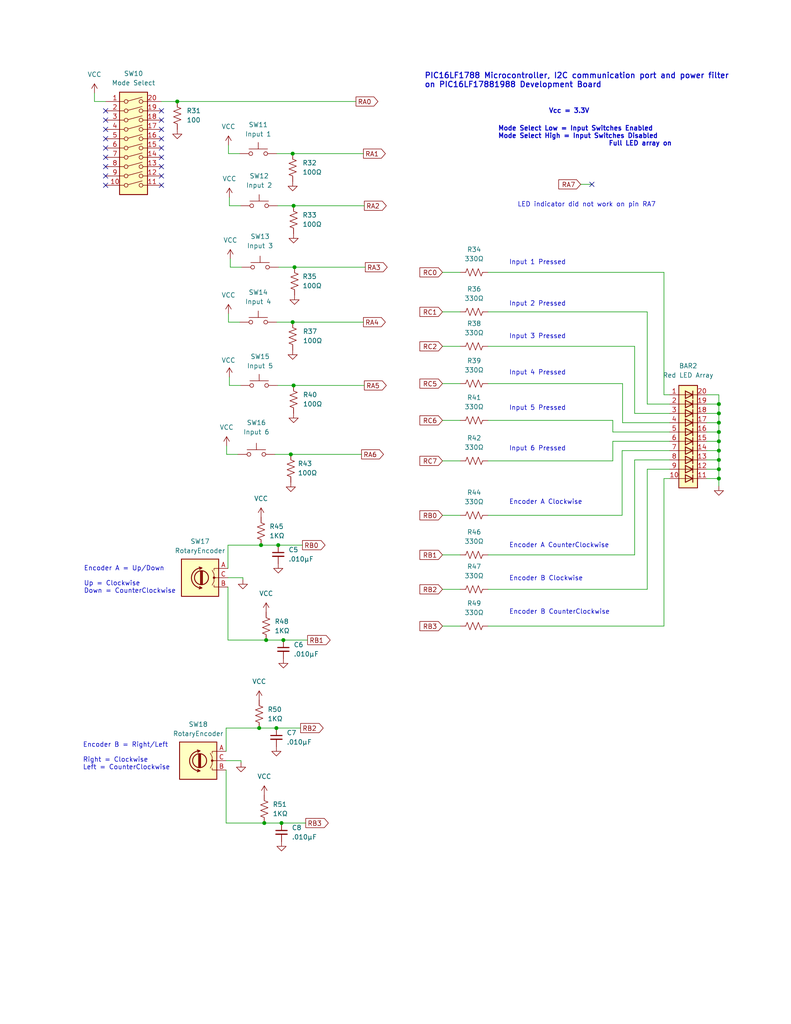
<source format=kicad_sch>
(kicad_sch (version 20211123) (generator eeschema)

  (uuid be47c8fb-4c36-499c-a93d-58e6821604ce)

  (paper "A" portrait)

  (title_block
    (title "Peripheral Remote - Controls and Outputs")
    (date "2023-12-08")
    (rev "C")
  )

  (lib_symbols
    (symbol "Device:C_Small" (pin_numbers hide) (pin_names (offset 0.254) hide) (in_bom yes) (on_board yes)
      (property "Reference" "C" (id 0) (at 0.254 1.778 0)
        (effects (font (size 1.27 1.27)) (justify left))
      )
      (property "Value" "C_Small" (id 1) (at 0.254 -2.032 0)
        (effects (font (size 1.27 1.27)) (justify left))
      )
      (property "Footprint" "" (id 2) (at 0 0 0)
        (effects (font (size 1.27 1.27)) hide)
      )
      (property "Datasheet" "~" (id 3) (at 0 0 0)
        (effects (font (size 1.27 1.27)) hide)
      )
      (property "ki_keywords" "capacitor cap" (id 4) (at 0 0 0)
        (effects (font (size 1.27 1.27)) hide)
      )
      (property "ki_description" "Unpolarized capacitor, small symbol" (id 5) (at 0 0 0)
        (effects (font (size 1.27 1.27)) hide)
      )
      (property "ki_fp_filters" "C_*" (id 6) (at 0 0 0)
        (effects (font (size 1.27 1.27)) hide)
      )
      (symbol "C_Small_0_1"
        (polyline
          (pts
            (xy -1.524 -0.508)
            (xy 1.524 -0.508)
          )
          (stroke (width 0.3302) (type default) (color 0 0 0 0))
          (fill (type none))
        )
        (polyline
          (pts
            (xy -1.524 0.508)
            (xy 1.524 0.508)
          )
          (stroke (width 0.3048) (type default) (color 0 0 0 0))
          (fill (type none))
        )
      )
      (symbol "C_Small_1_1"
        (pin passive line (at 0 2.54 270) (length 2.032)
          (name "~" (effects (font (size 1.27 1.27))))
          (number "1" (effects (font (size 1.27 1.27))))
        )
        (pin passive line (at 0 -2.54 90) (length 2.032)
          (name "~" (effects (font (size 1.27 1.27))))
          (number "2" (effects (font (size 1.27 1.27))))
        )
      )
    )
    (symbol "Device:R_US" (pin_numbers hide) (pin_names (offset 0)) (in_bom yes) (on_board yes)
      (property "Reference" "R" (id 0) (at 2.54 0 90)
        (effects (font (size 1.27 1.27)))
      )
      (property "Value" "R_US" (id 1) (at -2.54 0 90)
        (effects (font (size 1.27 1.27)))
      )
      (property "Footprint" "" (id 2) (at 1.016 -0.254 90)
        (effects (font (size 1.27 1.27)) hide)
      )
      (property "Datasheet" "~" (id 3) (at 0 0 0)
        (effects (font (size 1.27 1.27)) hide)
      )
      (property "ki_keywords" "R res resistor" (id 4) (at 0 0 0)
        (effects (font (size 1.27 1.27)) hide)
      )
      (property "ki_description" "Resistor, US symbol" (id 5) (at 0 0 0)
        (effects (font (size 1.27 1.27)) hide)
      )
      (property "ki_fp_filters" "R_*" (id 6) (at 0 0 0)
        (effects (font (size 1.27 1.27)) hide)
      )
      (symbol "R_US_0_1"
        (polyline
          (pts
            (xy 0 -2.286)
            (xy 0 -2.54)
          )
          (stroke (width 0) (type default) (color 0 0 0 0))
          (fill (type none))
        )
        (polyline
          (pts
            (xy 0 2.286)
            (xy 0 2.54)
          )
          (stroke (width 0) (type default) (color 0 0 0 0))
          (fill (type none))
        )
        (polyline
          (pts
            (xy 0 -0.762)
            (xy 1.016 -1.143)
            (xy 0 -1.524)
            (xy -1.016 -1.905)
            (xy 0 -2.286)
          )
          (stroke (width 0) (type default) (color 0 0 0 0))
          (fill (type none))
        )
        (polyline
          (pts
            (xy 0 0.762)
            (xy 1.016 0.381)
            (xy 0 0)
            (xy -1.016 -0.381)
            (xy 0 -0.762)
          )
          (stroke (width 0) (type default) (color 0 0 0 0))
          (fill (type none))
        )
        (polyline
          (pts
            (xy 0 2.286)
            (xy 1.016 1.905)
            (xy 0 1.524)
            (xy -1.016 1.143)
            (xy 0 0.762)
          )
          (stroke (width 0) (type default) (color 0 0 0 0))
          (fill (type none))
        )
      )
      (symbol "R_US_1_1"
        (pin passive line (at 0 3.81 270) (length 1.27)
          (name "~" (effects (font (size 1.27 1.27))))
          (number "1" (effects (font (size 1.27 1.27))))
        )
        (pin passive line (at 0 -3.81 90) (length 1.27)
          (name "~" (effects (font (size 1.27 1.27))))
          (number "2" (effects (font (size 1.27 1.27))))
        )
      )
    )
    (symbol "Device:RotaryEncoder" (pin_names (offset 0.254) hide) (in_bom yes) (on_board yes)
      (property "Reference" "SW" (id 0) (at 0 6.604 0)
        (effects (font (size 1.27 1.27)))
      )
      (property "Value" "RotaryEncoder" (id 1) (at 0 -6.604 0)
        (effects (font (size 1.27 1.27)))
      )
      (property "Footprint" "" (id 2) (at -3.81 4.064 0)
        (effects (font (size 1.27 1.27)) hide)
      )
      (property "Datasheet" "~" (id 3) (at 0 6.604 0)
        (effects (font (size 1.27 1.27)) hide)
      )
      (property "ki_keywords" "rotary switch encoder" (id 4) (at 0 0 0)
        (effects (font (size 1.27 1.27)) hide)
      )
      (property "ki_description" "Rotary encoder, dual channel, incremental quadrate outputs" (id 5) (at 0 0 0)
        (effects (font (size 1.27 1.27)) hide)
      )
      (property "ki_fp_filters" "RotaryEncoder*" (id 6) (at 0 0 0)
        (effects (font (size 1.27 1.27)) hide)
      )
      (symbol "RotaryEncoder_0_1"
        (rectangle (start -5.08 5.08) (end 5.08 -5.08)
          (stroke (width 0.254) (type default) (color 0 0 0 0))
          (fill (type background))
        )
        (circle (center -3.81 0) (radius 0.254)
          (stroke (width 0) (type default) (color 0 0 0 0))
          (fill (type outline))
        )
        (arc (start -0.381 -2.794) (mid 2.3622 -0.0635) (end -0.381 2.667)
          (stroke (width 0.254) (type default) (color 0 0 0 0))
          (fill (type none))
        )
        (circle (center -0.381 0) (radius 1.905)
          (stroke (width 0.254) (type default) (color 0 0 0 0))
          (fill (type none))
        )
        (polyline
          (pts
            (xy -0.635 -1.778)
            (xy -0.635 1.778)
          )
          (stroke (width 0.254) (type default) (color 0 0 0 0))
          (fill (type none))
        )
        (polyline
          (pts
            (xy -0.381 -1.778)
            (xy -0.381 1.778)
          )
          (stroke (width 0.254) (type default) (color 0 0 0 0))
          (fill (type none))
        )
        (polyline
          (pts
            (xy -0.127 1.778)
            (xy -0.127 -1.778)
          )
          (stroke (width 0.254) (type default) (color 0 0 0 0))
          (fill (type none))
        )
        (polyline
          (pts
            (xy -5.08 -2.54)
            (xy -3.81 -2.54)
            (xy -3.81 -2.032)
          )
          (stroke (width 0) (type default) (color 0 0 0 0))
          (fill (type none))
        )
        (polyline
          (pts
            (xy -5.08 2.54)
            (xy -3.81 2.54)
            (xy -3.81 2.032)
          )
          (stroke (width 0) (type default) (color 0 0 0 0))
          (fill (type none))
        )
        (polyline
          (pts
            (xy 0.254 -3.048)
            (xy -0.508 -2.794)
            (xy 0.127 -2.413)
          )
          (stroke (width 0.254) (type default) (color 0 0 0 0))
          (fill (type none))
        )
        (polyline
          (pts
            (xy 0.254 2.921)
            (xy -0.508 2.667)
            (xy 0.127 2.286)
          )
          (stroke (width 0.254) (type default) (color 0 0 0 0))
          (fill (type none))
        )
        (polyline
          (pts
            (xy -5.08 0)
            (xy -3.81 0)
            (xy -3.81 -1.016)
            (xy -3.302 -2.032)
          )
          (stroke (width 0) (type default) (color 0 0 0 0))
          (fill (type none))
        )
        (polyline
          (pts
            (xy -4.318 0)
            (xy -3.81 0)
            (xy -3.81 1.016)
            (xy -3.302 2.032)
          )
          (stroke (width 0) (type default) (color 0 0 0 0))
          (fill (type none))
        )
      )
      (symbol "RotaryEncoder_1_1"
        (pin passive line (at -7.62 2.54 0) (length 2.54)
          (name "A" (effects (font (size 1.27 1.27))))
          (number "A" (effects (font (size 1.27 1.27))))
        )
        (pin passive line (at -7.62 -2.54 0) (length 2.54)
          (name "B" (effects (font (size 1.27 1.27))))
          (number "B" (effects (font (size 1.27 1.27))))
        )
        (pin passive line (at -7.62 0 0) (length 2.54)
          (name "C" (effects (font (size 1.27 1.27))))
          (number "C" (effects (font (size 1.27 1.27))))
        )
      )
    )
    (symbol "LED:HDSP-4830_2" (pin_names (offset 1.016) hide) (in_bom yes) (on_board yes)
      (property "Reference" "BAR" (id 0) (at 0 15.24 0)
        (effects (font (size 1.27 1.27)))
      )
      (property "Value" "HDSP-4830_2" (id 1) (at 0 -17.78 0)
        (effects (font (size 1.27 1.27)))
      )
      (property "Footprint" "Display:HDSP-4830" (id 2) (at 0 -20.32 0)
        (effects (font (size 1.27 1.27)) hide)
      )
      (property "Datasheet" "https://docs.broadcom.com/docs/AV02-1798EN" (id 3) (at -50.8 5.08 0)
        (effects (font (size 1.27 1.27)) hide)
      )
      (property "ki_keywords" "display LED array" (id 4) (at 0 0 0)
        (effects (font (size 1.27 1.27)) hide)
      )
      (property "ki_description" "BAR GRAPH 10 segment block, high efficiency red" (id 5) (at 0 0 0)
        (effects (font (size 1.27 1.27)) hide)
      )
      (property "ki_fp_filters" "HDSP?48*" (id 6) (at 0 0 0)
        (effects (font (size 1.27 1.27)) hide)
      )
      (symbol "HDSP-4830_2_0_1"
        (rectangle (start -2.54 12.7) (end 2.54 -15.24)
          (stroke (width 0.254) (type default) (color 0 0 0 0))
          (fill (type background))
        )
        (polyline
          (pts
            (xy -2.54 -12.7)
            (xy 2.54 -12.7)
          )
          (stroke (width 0) (type default) (color 0 0 0 0))
          (fill (type none))
        )
        (polyline
          (pts
            (xy -2.54 -10.16)
            (xy 2.54 -10.16)
          )
          (stroke (width 0) (type default) (color 0 0 0 0))
          (fill (type none))
        )
        (polyline
          (pts
            (xy -2.54 -7.62)
            (xy 2.54 -7.62)
          )
          (stroke (width 0) (type default) (color 0 0 0 0))
          (fill (type none))
        )
        (polyline
          (pts
            (xy -2.54 -5.08)
            (xy 2.54 -5.08)
          )
          (stroke (width 0) (type default) (color 0 0 0 0))
          (fill (type none))
        )
        (polyline
          (pts
            (xy -2.54 0)
            (xy 2.54 0)
          )
          (stroke (width 0) (type default) (color 0 0 0 0))
          (fill (type none))
        )
        (polyline
          (pts
            (xy -2.54 5.08)
            (xy 2.54 5.08)
          )
          (stroke (width 0) (type default) (color 0 0 0 0))
          (fill (type none))
        )
        (polyline
          (pts
            (xy -2.54 7.62)
            (xy 2.54 7.62)
          )
          (stroke (width 0) (type default) (color 0 0 0 0))
          (fill (type none))
        )
        (polyline
          (pts
            (xy -2.54 10.16)
            (xy 2.54 10.16)
          )
          (stroke (width 0) (type default) (color 0 0 0 0))
          (fill (type none))
        )
        (polyline
          (pts
            (xy 1.27 -11.684)
            (xy 1.27 -13.716)
          )
          (stroke (width 0.254) (type default) (color 0 0 0 0))
          (fill (type none))
        )
        (polyline
          (pts
            (xy 1.27 -9.144)
            (xy 1.27 -11.176)
          )
          (stroke (width 0.254) (type default) (color 0 0 0 0))
          (fill (type none))
        )
        (polyline
          (pts
            (xy 1.27 -6.604)
            (xy 1.27 -8.636)
          )
          (stroke (width 0.254) (type default) (color 0 0 0 0))
          (fill (type none))
        )
        (polyline
          (pts
            (xy 1.27 -4.064)
            (xy 1.27 -6.096)
          )
          (stroke (width 0.254) (type default) (color 0 0 0 0))
          (fill (type none))
        )
        (polyline
          (pts
            (xy 1.27 -1.524)
            (xy 1.27 -3.556)
          )
          (stroke (width 0.254) (type default) (color 0 0 0 0))
          (fill (type none))
        )
        (polyline
          (pts
            (xy 1.27 1.016)
            (xy 1.27 -1.016)
          )
          (stroke (width 0.254) (type default) (color 0 0 0 0))
          (fill (type none))
        )
        (polyline
          (pts
            (xy 1.27 3.556)
            (xy 1.27 1.524)
          )
          (stroke (width 0.254) (type default) (color 0 0 0 0))
          (fill (type none))
        )
        (polyline
          (pts
            (xy 1.27 6.096)
            (xy 1.27 4.064)
          )
          (stroke (width 0.254) (type default) (color 0 0 0 0))
          (fill (type none))
        )
        (polyline
          (pts
            (xy 1.27 8.636)
            (xy 1.27 6.604)
          )
          (stroke (width 0.254) (type default) (color 0 0 0 0))
          (fill (type none))
        )
        (polyline
          (pts
            (xy 1.27 11.176)
            (xy 1.27 9.144)
          )
          (stroke (width 0.254) (type default) (color 0 0 0 0))
          (fill (type none))
        )
        (polyline
          (pts
            (xy 2.54 -2.54)
            (xy -2.54 -2.54)
          )
          (stroke (width 0) (type default) (color 0 0 0 0))
          (fill (type none))
        )
        (polyline
          (pts
            (xy 2.54 2.54)
            (xy -2.54 2.54)
          )
          (stroke (width 0) (type default) (color 0 0 0 0))
          (fill (type none))
        )
        (polyline
          (pts
            (xy -0.762 -11.684)
            (xy -0.762 -13.716)
            (xy 1.27 -12.7)
            (xy -0.762 -11.684)
          )
          (stroke (width 0.254) (type default) (color 0 0 0 0))
          (fill (type none))
        )
        (polyline
          (pts
            (xy -0.762 -9.144)
            (xy -0.762 -11.176)
            (xy 1.27 -10.16)
            (xy -0.762 -9.144)
          )
          (stroke (width 0.254) (type default) (color 0 0 0 0))
          (fill (type none))
        )
        (polyline
          (pts
            (xy -0.762 -6.604)
            (xy -0.762 -8.636)
            (xy 1.27 -7.62)
            (xy -0.762 -6.604)
          )
          (stroke (width 0.254) (type default) (color 0 0 0 0))
          (fill (type none))
        )
        (polyline
          (pts
            (xy -0.762 -4.064)
            (xy -0.762 -6.096)
            (xy 1.27 -5.08)
            (xy -0.762 -4.064)
          )
          (stroke (width 0.254) (type default) (color 0 0 0 0))
          (fill (type none))
        )
        (polyline
          (pts
            (xy -0.762 -1.524)
            (xy -0.762 -3.556)
            (xy 1.27 -2.54)
            (xy -0.762 -1.524)
          )
          (stroke (width 0.254) (type default) (color 0 0 0 0))
          (fill (type none))
        )
        (polyline
          (pts
            (xy -0.762 1.016)
            (xy -0.762 -1.016)
            (xy 1.27 0)
            (xy -0.762 1.016)
          )
          (stroke (width 0.254) (type default) (color 0 0 0 0))
          (fill (type none))
        )
        (polyline
          (pts
            (xy -0.762 3.556)
            (xy -0.762 1.524)
            (xy 1.27 2.54)
            (xy -0.762 3.556)
          )
          (stroke (width 0.254) (type default) (color 0 0 0 0))
          (fill (type none))
        )
        (polyline
          (pts
            (xy -0.762 6.096)
            (xy -0.762 4.064)
            (xy 1.27 5.08)
            (xy -0.762 6.096)
          )
          (stroke (width 0.254) (type default) (color 0 0 0 0))
          (fill (type none))
        )
        (polyline
          (pts
            (xy -0.762 8.636)
            (xy -0.762 6.604)
            (xy 1.27 7.62)
            (xy -0.762 8.636)
          )
          (stroke (width 0.254) (type default) (color 0 0 0 0))
          (fill (type none))
        )
        (polyline
          (pts
            (xy -0.762 11.176)
            (xy -0.762 9.144)
            (xy 1.27 10.16)
            (xy -0.762 11.176)
          )
          (stroke (width 0.254) (type default) (color 0 0 0 0))
          (fill (type none))
        )
      )
      (symbol "HDSP-4830_2_1_1"
        (pin passive line (at -5.08 10.16 0) (length 2.54)
          (name "A" (effects (font (size 1.27 1.27))))
          (number "1" (effects (font (size 1.27 1.27))))
        )
        (pin passive line (at -5.08 -12.7 0) (length 2.54)
          (name "A" (effects (font (size 1.27 1.27))))
          (number "10" (effects (font (size 1.27 1.27))))
        )
        (pin passive line (at 5.08 -12.7 180) (length 2.54)
          (name "K" (effects (font (size 1.27 1.27))))
          (number "11" (effects (font (size 1.27 1.27))))
        )
        (pin passive line (at 5.08 -10.16 180) (length 2.54)
          (name "K" (effects (font (size 1.27 1.27))))
          (number "12" (effects (font (size 1.27 1.27))))
        )
        (pin passive line (at 5.08 -7.62 180) (length 2.54)
          (name "K" (effects (font (size 1.27 1.27))))
          (number "13" (effects (font (size 1.27 1.27))))
        )
        (pin passive line (at 5.08 -5.08 180) (length 2.54)
          (name "K" (effects (font (size 1.27 1.27))))
          (number "14" (effects (font (size 1.27 1.27))))
        )
        (pin passive line (at 5.08 -2.54 180) (length 2.54)
          (name "K" (effects (font (size 1.27 1.27))))
          (number "15" (effects (font (size 1.27 1.27))))
        )
        (pin passive line (at 5.08 0 180) (length 2.54)
          (name "K" (effects (font (size 1.27 1.27))))
          (number "16" (effects (font (size 1.27 1.27))))
        )
        (pin passive line (at 5.08 2.54 180) (length 2.54)
          (name "K" (effects (font (size 1.27 1.27))))
          (number "17" (effects (font (size 1.27 1.27))))
        )
        (pin passive line (at 5.08 5.08 180) (length 2.54)
          (name "K" (effects (font (size 1.27 1.27))))
          (number "18" (effects (font (size 1.27 1.27))))
        )
        (pin passive line (at 5.08 7.62 180) (length 2.54)
          (name "K" (effects (font (size 1.27 1.27))))
          (number "19" (effects (font (size 1.27 1.27))))
        )
        (pin passive line (at -5.08 7.62 0) (length 2.54)
          (name "A" (effects (font (size 1.27 1.27))))
          (number "2" (effects (font (size 1.27 1.27))))
        )
        (pin passive line (at 5.08 10.16 180) (length 2.54)
          (name "K" (effects (font (size 1.27 1.27))))
          (number "20" (effects (font (size 1.27 1.27))))
        )
        (pin passive line (at -5.08 5.08 0) (length 2.54)
          (name "A" (effects (font (size 1.27 1.27))))
          (number "3" (effects (font (size 1.27 1.27))))
        )
        (pin passive line (at -5.08 2.54 0) (length 2.54)
          (name "A" (effects (font (size 1.27 1.27))))
          (number "4" (effects (font (size 1.27 1.27))))
        )
        (pin passive line (at -5.08 0 0) (length 2.54)
          (name "A" (effects (font (size 1.27 1.27))))
          (number "5" (effects (font (size 1.27 1.27))))
        )
        (pin passive line (at -5.08 -2.54 0) (length 2.54)
          (name "A" (effects (font (size 1.27 1.27))))
          (number "6" (effects (font (size 1.27 1.27))))
        )
        (pin passive line (at -5.08 -5.08 0) (length 2.54)
          (name "A" (effects (font (size 1.27 1.27))))
          (number "7" (effects (font (size 1.27 1.27))))
        )
        (pin passive line (at -5.08 -7.62 0) (length 2.54)
          (name "A" (effects (font (size 1.27 1.27))))
          (number "8" (effects (font (size 1.27 1.27))))
        )
        (pin passive line (at -5.08 -10.16 0) (length 2.54)
          (name "A" (effects (font (size 1.27 1.27))))
          (number "9" (effects (font (size 1.27 1.27))))
        )
      )
    )
    (symbol "Switch:SW_DIP_x10" (pin_names (offset 0) hide) (in_bom yes) (on_board yes)
      (property "Reference" "SW" (id 0) (at 0 16.51 0)
        (effects (font (size 1.27 1.27)))
      )
      (property "Value" "SW_DIP_x10" (id 1) (at 0 -13.97 0)
        (effects (font (size 1.27 1.27)))
      )
      (property "Footprint" "" (id 2) (at 0 0 0)
        (effects (font (size 1.27 1.27)) hide)
      )
      (property "Datasheet" "~" (id 3) (at 0 0 0)
        (effects (font (size 1.27 1.27)) hide)
      )
      (property "ki_keywords" "dip switch" (id 4) (at 0 0 0)
        (effects (font (size 1.27 1.27)) hide)
      )
      (property "ki_description" "10x DIP Switch, Single Pole Single Throw (SPST) switch, small symbol" (id 5) (at 0 0 0)
        (effects (font (size 1.27 1.27)) hide)
      )
      (property "ki_fp_filters" "SW?DIP?x10*" (id 6) (at 0 0 0)
        (effects (font (size 1.27 1.27)) hide)
      )
      (symbol "SW_DIP_x10_0_0"
        (circle (center -2.032 -10.16) (radius 0.508)
          (stroke (width 0) (type default) (color 0 0 0 0))
          (fill (type none))
        )
        (circle (center -2.032 -7.62) (radius 0.508)
          (stroke (width 0) (type default) (color 0 0 0 0))
          (fill (type none))
        )
        (circle (center -2.032 -5.08) (radius 0.508)
          (stroke (width 0) (type default) (color 0 0 0 0))
          (fill (type none))
        )
        (circle (center -2.032 -2.54) (radius 0.508)
          (stroke (width 0) (type default) (color 0 0 0 0))
          (fill (type none))
        )
        (circle (center -2.032 0) (radius 0.508)
          (stroke (width 0) (type default) (color 0 0 0 0))
          (fill (type none))
        )
        (circle (center -2.032 2.54) (radius 0.508)
          (stroke (width 0) (type default) (color 0 0 0 0))
          (fill (type none))
        )
        (circle (center -2.032 5.08) (radius 0.508)
          (stroke (width 0) (type default) (color 0 0 0 0))
          (fill (type none))
        )
        (circle (center -2.032 7.62) (radius 0.508)
          (stroke (width 0) (type default) (color 0 0 0 0))
          (fill (type none))
        )
        (circle (center -2.032 10.16) (radius 0.508)
          (stroke (width 0) (type default) (color 0 0 0 0))
          (fill (type none))
        )
        (circle (center -2.032 12.7) (radius 0.508)
          (stroke (width 0) (type default) (color 0 0 0 0))
          (fill (type none))
        )
        (polyline
          (pts
            (xy -1.524 -10.0076)
            (xy 2.3622 -8.9662)
          )
          (stroke (width 0) (type default) (color 0 0 0 0))
          (fill (type none))
        )
        (polyline
          (pts
            (xy -1.524 -7.4676)
            (xy 2.3622 -6.4262)
          )
          (stroke (width 0) (type default) (color 0 0 0 0))
          (fill (type none))
        )
        (polyline
          (pts
            (xy -1.524 -4.9276)
            (xy 2.3622 -3.8862)
          )
          (stroke (width 0) (type default) (color 0 0 0 0))
          (fill (type none))
        )
        (polyline
          (pts
            (xy -1.524 -2.3876)
            (xy 2.3622 -1.3462)
          )
          (stroke (width 0) (type default) (color 0 0 0 0))
          (fill (type none))
        )
        (polyline
          (pts
            (xy -1.524 0.127)
            (xy 2.3622 1.1684)
          )
          (stroke (width 0) (type default) (color 0 0 0 0))
          (fill (type none))
        )
        (polyline
          (pts
            (xy -1.524 2.667)
            (xy 2.3622 3.7084)
          )
          (stroke (width 0) (type default) (color 0 0 0 0))
          (fill (type none))
        )
        (polyline
          (pts
            (xy -1.524 5.207)
            (xy 2.3622 6.2484)
          )
          (stroke (width 0) (type default) (color 0 0 0 0))
          (fill (type none))
        )
        (polyline
          (pts
            (xy -1.524 7.747)
            (xy 2.3622 8.7884)
          )
          (stroke (width 0) (type default) (color 0 0 0 0))
          (fill (type none))
        )
        (polyline
          (pts
            (xy -1.524 10.287)
            (xy 2.3622 11.3284)
          )
          (stroke (width 0) (type default) (color 0 0 0 0))
          (fill (type none))
        )
        (polyline
          (pts
            (xy -1.524 12.827)
            (xy 2.3622 13.8684)
          )
          (stroke (width 0) (type default) (color 0 0 0 0))
          (fill (type none))
        )
        (circle (center 2.032 -10.16) (radius 0.508)
          (stroke (width 0) (type default) (color 0 0 0 0))
          (fill (type none))
        )
        (circle (center 2.032 -7.62) (radius 0.508)
          (stroke (width 0) (type default) (color 0 0 0 0))
          (fill (type none))
        )
        (circle (center 2.032 -5.08) (radius 0.508)
          (stroke (width 0) (type default) (color 0 0 0 0))
          (fill (type none))
        )
        (circle (center 2.032 -2.54) (radius 0.508)
          (stroke (width 0) (type default) (color 0 0 0 0))
          (fill (type none))
        )
        (circle (center 2.032 0) (radius 0.508)
          (stroke (width 0) (type default) (color 0 0 0 0))
          (fill (type none))
        )
        (circle (center 2.032 2.54) (radius 0.508)
          (stroke (width 0) (type default) (color 0 0 0 0))
          (fill (type none))
        )
        (circle (center 2.032 5.08) (radius 0.508)
          (stroke (width 0) (type default) (color 0 0 0 0))
          (fill (type none))
        )
        (circle (center 2.032 7.62) (radius 0.508)
          (stroke (width 0) (type default) (color 0 0 0 0))
          (fill (type none))
        )
        (circle (center 2.032 10.16) (radius 0.508)
          (stroke (width 0) (type default) (color 0 0 0 0))
          (fill (type none))
        )
        (circle (center 2.032 12.7) (radius 0.508)
          (stroke (width 0) (type default) (color 0 0 0 0))
          (fill (type none))
        )
      )
      (symbol "SW_DIP_x10_0_1"
        (rectangle (start -3.81 15.24) (end 3.81 -12.7)
          (stroke (width 0.254) (type default) (color 0 0 0 0))
          (fill (type background))
        )
      )
      (symbol "SW_DIP_x10_1_1"
        (pin passive line (at -7.62 12.7 0) (length 5.08)
          (name "~" (effects (font (size 1.27 1.27))))
          (number "1" (effects (font (size 1.27 1.27))))
        )
        (pin passive line (at -7.62 -10.16 0) (length 5.08)
          (name "~" (effects (font (size 1.27 1.27))))
          (number "10" (effects (font (size 1.27 1.27))))
        )
        (pin passive line (at 7.62 -10.16 180) (length 5.08)
          (name "~" (effects (font (size 1.27 1.27))))
          (number "11" (effects (font (size 1.27 1.27))))
        )
        (pin passive line (at 7.62 -7.62 180) (length 5.08)
          (name "~" (effects (font (size 1.27 1.27))))
          (number "12" (effects (font (size 1.27 1.27))))
        )
        (pin passive line (at 7.62 -5.08 180) (length 5.08)
          (name "~" (effects (font (size 1.27 1.27))))
          (number "13" (effects (font (size 1.27 1.27))))
        )
        (pin passive line (at 7.62 -2.54 180) (length 5.08)
          (name "~" (effects (font (size 1.27 1.27))))
          (number "14" (effects (font (size 1.27 1.27))))
        )
        (pin passive line (at 7.62 0 180) (length 5.08)
          (name "~" (effects (font (size 1.27 1.27))))
          (number "15" (effects (font (size 1.27 1.27))))
        )
        (pin passive line (at 7.62 2.54 180) (length 5.08)
          (name "~" (effects (font (size 1.27 1.27))))
          (number "16" (effects (font (size 1.27 1.27))))
        )
        (pin passive line (at 7.62 5.08 180) (length 5.08)
          (name "~" (effects (font (size 1.27 1.27))))
          (number "17" (effects (font (size 1.27 1.27))))
        )
        (pin passive line (at 7.62 7.62 180) (length 5.08)
          (name "~" (effects (font (size 1.27 1.27))))
          (number "18" (effects (font (size 1.27 1.27))))
        )
        (pin passive line (at 7.62 10.16 180) (length 5.08)
          (name "~" (effects (font (size 1.27 1.27))))
          (number "19" (effects (font (size 1.27 1.27))))
        )
        (pin passive line (at -7.62 10.16 0) (length 5.08)
          (name "~" (effects (font (size 1.27 1.27))))
          (number "2" (effects (font (size 1.27 1.27))))
        )
        (pin passive line (at 7.62 12.7 180) (length 5.08)
          (name "~" (effects (font (size 1.27 1.27))))
          (number "20" (effects (font (size 1.27 1.27))))
        )
        (pin passive line (at -7.62 7.62 0) (length 5.08)
          (name "~" (effects (font (size 1.27 1.27))))
          (number "3" (effects (font (size 1.27 1.27))))
        )
        (pin passive line (at -7.62 5.08 0) (length 5.08)
          (name "~" (effects (font (size 1.27 1.27))))
          (number "4" (effects (font (size 1.27 1.27))))
        )
        (pin passive line (at -7.62 2.54 0) (length 5.08)
          (name "~" (effects (font (size 1.27 1.27))))
          (number "5" (effects (font (size 1.27 1.27))))
        )
        (pin passive line (at -7.62 0 0) (length 5.08)
          (name "~" (effects (font (size 1.27 1.27))))
          (number "6" (effects (font (size 1.27 1.27))))
        )
        (pin passive line (at -7.62 -2.54 0) (length 5.08)
          (name "~" (effects (font (size 1.27 1.27))))
          (number "7" (effects (font (size 1.27 1.27))))
        )
        (pin passive line (at -7.62 -5.08 0) (length 5.08)
          (name "~" (effects (font (size 1.27 1.27))))
          (number "8" (effects (font (size 1.27 1.27))))
        )
        (pin passive line (at -7.62 -7.62 0) (length 5.08)
          (name "~" (effects (font (size 1.27 1.27))))
          (number "9" (effects (font (size 1.27 1.27))))
        )
      )
    )
    (symbol "Switch:SW_Push" (pin_numbers hide) (pin_names (offset 1.016) hide) (in_bom yes) (on_board yes)
      (property "Reference" "SW" (id 0) (at 1.27 2.54 0)
        (effects (font (size 1.27 1.27)) (justify left))
      )
      (property "Value" "SW_Push" (id 1) (at 0 -1.524 0)
        (effects (font (size 1.27 1.27)))
      )
      (property "Footprint" "" (id 2) (at 0 5.08 0)
        (effects (font (size 1.27 1.27)) hide)
      )
      (property "Datasheet" "~" (id 3) (at 0 5.08 0)
        (effects (font (size 1.27 1.27)) hide)
      )
      (property "ki_keywords" "switch normally-open pushbutton push-button" (id 4) (at 0 0 0)
        (effects (font (size 1.27 1.27)) hide)
      )
      (property "ki_description" "Push button switch, generic, two pins" (id 5) (at 0 0 0)
        (effects (font (size 1.27 1.27)) hide)
      )
      (symbol "SW_Push_0_1"
        (circle (center -2.032 0) (radius 0.508)
          (stroke (width 0) (type default) (color 0 0 0 0))
          (fill (type none))
        )
        (polyline
          (pts
            (xy 0 1.27)
            (xy 0 3.048)
          )
          (stroke (width 0) (type default) (color 0 0 0 0))
          (fill (type none))
        )
        (polyline
          (pts
            (xy 2.54 1.27)
            (xy -2.54 1.27)
          )
          (stroke (width 0) (type default) (color 0 0 0 0))
          (fill (type none))
        )
        (circle (center 2.032 0) (radius 0.508)
          (stroke (width 0) (type default) (color 0 0 0 0))
          (fill (type none))
        )
        (pin passive line (at -5.08 0 0) (length 2.54)
          (name "1" (effects (font (size 1.27 1.27))))
          (number "1" (effects (font (size 1.27 1.27))))
        )
        (pin passive line (at 5.08 0 180) (length 2.54)
          (name "2" (effects (font (size 1.27 1.27))))
          (number "2" (effects (font (size 1.27 1.27))))
        )
      )
    )
    (symbol "power:GND" (power) (pin_numbers hide) (pin_names (offset 0) hide) (in_bom yes) (on_board yes)
      (property "Reference" "#PWR" (id 0) (at 0 -6.35 0)
        (effects (font (size 1.27 1.27)) hide)
      )
      (property "Value" "GND" (id 1) (at 0 -3.81 0)
        (effects (font (size 1.27 1.27)))
      )
      (property "Footprint" "" (id 2) (at 0 0 0)
        (effects (font (size 1.27 1.27)) hide)
      )
      (property "Datasheet" "" (id 3) (at 0 0 0)
        (effects (font (size 1.27 1.27)) hide)
      )
      (property "ki_keywords" "power-flag" (id 4) (at 0 0 0)
        (effects (font (size 1.27 1.27)) hide)
      )
      (property "ki_description" "Power symbol creates a global label with name \"GND\" , ground" (id 5) (at 0 0 0)
        (effects (font (size 1.27 1.27)) hide)
      )
      (symbol "GND_0_1"
        (polyline
          (pts
            (xy 0 0)
            (xy 0 -1.27)
            (xy 1.27 -1.27)
            (xy 0 -2.54)
            (xy -1.27 -1.27)
            (xy 0 -1.27)
          )
          (stroke (width 0) (type default) (color 0 0 0 0))
          (fill (type none))
        )
      )
      (symbol "GND_1_1"
        (pin power_in line (at 0 0 270) (length 0) hide
          (name "GND" (effects (font (size 1.27 1.27))))
          (number "1" (effects (font (size 1.27 1.27))))
        )
      )
    )
    (symbol "power:VCC" (power) (pin_numbers hide) (pin_names (offset 0) hide) (in_bom yes) (on_board yes)
      (property "Reference" "#PWR" (id 0) (at 0 -3.81 0)
        (effects (font (size 1.27 1.27)) hide)
      )
      (property "Value" "VCC" (id 1) (at 0 3.81 0)
        (effects (font (size 1.27 1.27)))
      )
      (property "Footprint" "" (id 2) (at 0 0 0)
        (effects (font (size 1.27 1.27)) hide)
      )
      (property "Datasheet" "" (id 3) (at 0 0 0)
        (effects (font (size 1.27 1.27)) hide)
      )
      (property "ki_keywords" "power-flag" (id 4) (at 0 0 0)
        (effects (font (size 1.27 1.27)) hide)
      )
      (property "ki_description" "Power symbol creates a global label with name \"VCC\"" (id 5) (at 0 0 0)
        (effects (font (size 1.27 1.27)) hide)
      )
      (symbol "VCC_0_1"
        (polyline
          (pts
            (xy -0.762 1.27)
            (xy 0 2.54)
          )
          (stroke (width 0) (type default) (color 0 0 0 0))
          (fill (type none))
        )
        (polyline
          (pts
            (xy 0 0)
            (xy 0 2.54)
          )
          (stroke (width 0) (type default) (color 0 0 0 0))
          (fill (type none))
        )
        (polyline
          (pts
            (xy 0 2.54)
            (xy 0.762 1.27)
          )
          (stroke (width 0) (type default) (color 0 0 0 0))
          (fill (type none))
        )
      )
      (symbol "VCC_1_1"
        (pin power_in line (at 0 0 90) (length 0) hide
          (name "VCC" (effects (font (size 1.27 1.27))))
          (number "1" (effects (font (size 1.27 1.27))))
        )
      )
    )
  )

  (junction (at 80.137 105.156) (diameter 0) (color 0 0 0 0)
    (uuid 00b58590-c908-4b92-ae80-3338c9d80c62)
  )
  (junction (at 79.883 87.884) (diameter 0) (color 0 0 0 0)
    (uuid 098b5dc9-45ca-405e-b746-7a4fbe75bfdf)
  )
  (junction (at 196.215 115.316) (diameter 0) (color 0 0 0 0)
    (uuid 16562ae1-eac3-47a8-aa55-1ca043ab282c)
  )
  (junction (at 72.644 174.625) (diameter 0) (color 0 0 0 0)
    (uuid 2d517c7f-591a-4a3d-b53b-92ccaffa38d4)
  )
  (junction (at 72.136 224.536) (diameter 0) (color 0 0 0 0)
    (uuid 3416a695-8715-4c17-b737-e814cd73a689)
  )
  (junction (at 48.387 27.686) (diameter 0) (color 0 0 0 0)
    (uuid 42d67c2c-4d75-429b-8552-6e337b4b0a60)
  )
  (junction (at 196.215 130.556) (diameter 0) (color 0 0 0 0)
    (uuid 4ccfc900-a10a-481e-98b1-4ea2fe798867)
  )
  (junction (at 79.883 41.91) (diameter 0) (color 0 0 0 0)
    (uuid 5dd32f3d-960d-444f-be85-96d5b718d202)
  )
  (junction (at 196.215 122.936) (diameter 0) (color 0 0 0 0)
    (uuid 626393aa-07db-4fb1-a79a-5519d812e62f)
  )
  (junction (at 80.137 56.134) (diameter 0) (color 0 0 0 0)
    (uuid 72aba4b9-8123-4b9d-aa62-38415cad53b0)
  )
  (junction (at 196.215 117.856) (diameter 0) (color 0 0 0 0)
    (uuid 7c079cdd-5d2f-499f-8c5b-280d901e425e)
  )
  (junction (at 76.835 224.536) (diameter 0) (color 0 0 0 0)
    (uuid 7e2e1afd-d4a5-450e-a865-50ef760578f4)
  )
  (junction (at 410.21 164.338) (diameter 0) (color 0 0 0 0)
    (uuid 80369c3f-0e91-4737-930e-680c8afc9cb8)
  )
  (junction (at 196.215 110.236) (diameter 0) (color 0 0 0 0)
    (uuid 8f838769-4087-48eb-8a89-4ef3953a39fd)
  )
  (junction (at 70.739 198.628) (diameter 0) (color 0 0 0 0)
    (uuid 94124ba4-6b48-4e45-b2f5-ad3d025a4b86)
  )
  (junction (at 196.215 125.476) (diameter 0) (color 0 0 0 0)
    (uuid 94dcc620-a87a-403e-b579-f56fb04fc4df)
  )
  (junction (at 196.215 120.396) (diameter 0) (color 0 0 0 0)
    (uuid b79477c8-61ba-499c-ab41-7e44ba9a94e0)
  )
  (junction (at 79.375 123.952) (diameter 0) (color 0 0 0 0)
    (uuid b7e0b7de-efc5-49fa-9c15-4fb92d75c57a)
  )
  (junction (at 196.215 128.016) (diameter 0) (color 0 0 0 0)
    (uuid bef020f9-84df-41f6-aa60-f9e0bde7e6d4)
  )
  (junction (at 80.391 72.898) (diameter 0) (color 0 0 0 0)
    (uuid d2728b0a-49b6-4170-bfeb-d32900ad2834)
  )
  (junction (at 196.215 112.776) (diameter 0) (color 0 0 0 0)
    (uuid d6c192ec-a291-4018-bcf7-a0f59421e2a0)
  )
  (junction (at 75.946 148.717) (diameter 0) (color 0 0 0 0)
    (uuid ee52c8e0-dc46-4a04-862b-09732c72ee39)
  )
  (junction (at 77.343 174.625) (diameter 0) (color 0 0 0 0)
    (uuid f00d7db5-f0b7-47ba-94cd-fafced7e50c1)
  )
  (junction (at 71.247 148.717) (diameter 0) (color 0 0 0 0)
    (uuid f724a051-04a8-474d-9b1a-9c55ee7c2e1d)
  )
  (junction (at 75.438 198.628) (diameter 0) (color 0 0 0 0)
    (uuid fee85204-445b-4497-b976-c1b4769da6c2)
  )

  (no_connect (at 44.069 45.466) (uuid 30e12cc6-c502-4665-ab00-874b2ccd519d))
  (no_connect (at 44.069 40.386) (uuid 3c4b7951-f1e4-4b41-ab64-f84f1cc13ac9))
  (no_connect (at 28.829 42.926) (uuid 52ef4565-3a28-4be4-9b1f-5d348631b27a))
  (no_connect (at 28.829 50.546) (uuid 57d1233d-9475-4666-a856-42e6699b5896))
  (no_connect (at 28.829 40.386) (uuid 57db9589-ad79-40f1-8d90-89ff7188d87d))
  (no_connect (at 28.829 35.306) (uuid 61acf1cf-5dda-466a-b346-2d7b98c9222c))
  (no_connect (at 28.829 37.846) (uuid 6e833bde-671e-4f6c-8e82-dd0ef451e82e))
  (no_connect (at 44.069 48.006) (uuid 82ce4aa5-e1b5-4f21-9900-624b2a179495))
  (no_connect (at 28.829 45.466) (uuid 894fc438-7101-4a68-bf0e-9989b8e6c799))
  (no_connect (at 44.069 30.226) (uuid 8d2f982c-abc4-41e8-8593-177c06ec173d))
  (no_connect (at 44.069 37.846) (uuid 9e9f5c10-77cc-45cd-80ec-b081e25c53c4))
  (no_connect (at 44.069 35.306) (uuid a73761ab-947c-4f1b-bdd7-e3bfd9eb24f3))
  (no_connect (at 28.829 48.006) (uuid a74f3ed5-300f-4947-ab58-1b37054725dc))
  (no_connect (at 44.069 32.766) (uuid b773cc6f-152b-4a10-9830-4743422ac1df))
  (no_connect (at 44.069 42.926) (uuid beb3f305-d1de-4a0c-ba67-924b919190e4))
  (no_connect (at 44.069 50.546) (uuid c0b75f6e-8420-4cc2-b85a-cffde80d4b9b))
  (no_connect (at 28.829 30.226) (uuid d95839b5-7360-49b2-b13d-853c1b384366))
  (no_connect (at 161.544 50.292) (uuid f26cb5db-28a0-48b4-ab25-7f5382e30679))
  (no_connect (at 28.829 32.766) (uuid fada7d92-2361-4021-9a91-6b1bbaa1154a))

  (wire (pts (xy 397.383 52.832) (xy 397.383 164.338))
    (stroke (width 0) (type default) (color 0 0 0 0))
    (uuid 04405cc9-33ca-4ef3-8f14-0f61cc1d7f6d)
  )
  (wire (pts (xy 62.865 70.612) (xy 62.865 72.898))
    (stroke (width 0) (type default) (color 0 0 0 0))
    (uuid 0450012c-2695-48ab-93c9-ee9b996a49f9)
  )
  (wire (pts (xy 192.913 110.236) (xy 196.215 110.236))
    (stroke (width 0) (type default) (color 0 0 0 0))
    (uuid 048c3bc1-c7fd-42bb-a73f-312be6c06df5)
  )
  (wire (pts (xy 62.357 87.884) (xy 65.405 87.884))
    (stroke (width 0) (type default) (color 0 0 0 0))
    (uuid 04bb44bd-d0c9-4358-9288-f685d81b9d8f)
  )
  (wire (pts (xy 120.777 114.681) (xy 125.603 114.681))
    (stroke (width 0) (type default) (color 0 0 0 0))
    (uuid 050c096f-9893-4f2c-b319-c3bff8345fb8)
  )
  (wire (pts (xy 62.23 160.147) (xy 62.23 174.625))
    (stroke (width 0) (type default) (color 0 0 0 0))
    (uuid 068fb71a-412b-4b5b-bb65-9f0129fe48e2)
  )
  (wire (pts (xy 62.611 102.87) (xy 62.611 105.156))
    (stroke (width 0) (type default) (color 0 0 0 0))
    (uuid 098206f7-3056-44fc-86da-b9134f75c4f2)
  )
  (wire (pts (xy 196.215 120.396) (xy 196.215 122.936))
    (stroke (width 0) (type default) (color 0 0 0 0))
    (uuid 0dbc23ce-a90a-4181-9311-0dc972721fe4)
  )
  (wire (pts (xy 80.137 56.134) (xy 99.441 56.134))
    (stroke (width 0) (type default) (color 0 0 0 0))
    (uuid 0eeb8407-4dc3-488e-bd10-2199b8dba5e9)
  )
  (wire (pts (xy 181.229 74.295) (xy 181.229 107.696))
    (stroke (width 0) (type default) (color 0 0 0 0))
    (uuid 143a77f2-33b9-4a5d-a541-6d13a83a6207)
  )
  (wire (pts (xy 75.438 198.628) (xy 82.042 198.628))
    (stroke (width 0) (type default) (color 0 0 0 0))
    (uuid 14ac4226-9082-4148-ac96-0023a2f234e3)
  )
  (wire (pts (xy 192.913 120.396) (xy 196.215 120.396))
    (stroke (width 0) (type default) (color 0 0 0 0))
    (uuid 15bc6c88-f87a-4ad8-994b-236705dd1bbf)
  )
  (wire (pts (xy 182.753 117.856) (xy 167.259 117.856))
    (stroke (width 0) (type default) (color 0 0 0 0))
    (uuid 180d6b5f-e50e-4606-895c-1a5ac6da2cde)
  )
  (wire (pts (xy 410.21 52.832) (xy 410.21 164.338))
    (stroke (width 0) (type default) (color 0 0 0 0))
    (uuid 1813c615-8749-4fe5-8026-700f1c41f724)
  )
  (wire (pts (xy 173.228 94.488) (xy 173.228 112.776))
    (stroke (width 0) (type default) (color 0 0 0 0))
    (uuid 19842414-af4f-4291-abe3-145f71523378)
  )
  (wire (pts (xy 397.383 164.338) (xy 410.21 164.338))
    (stroke (width 0) (type default) (color 0 0 0 0))
    (uuid 21e8feb0-1628-4caf-bb36-e985889fdc12)
  )
  (wire (pts (xy 79.883 87.884) (xy 99.187 87.884))
    (stroke (width 0) (type default) (color 0 0 0 0))
    (uuid 2753a978-e89e-4cd3-a392-d1b85161bc1d)
  )
  (wire (pts (xy 62.611 56.134) (xy 65.659 56.134))
    (stroke (width 0) (type default) (color 0 0 0 0))
    (uuid 2774784f-1c5a-43ae-aacb-c32c5344de7a)
  )
  (wire (pts (xy 61.849 121.666) (xy 61.849 123.952))
    (stroke (width 0) (type default) (color 0 0 0 0))
    (uuid 28bac1e6-451c-47b1-be32-9135e3408055)
  )
  (wire (pts (xy 169.799 122.936) (xy 169.799 140.589))
    (stroke (width 0) (type default) (color 0 0 0 0))
    (uuid 28faa2e2-08de-41c9-85e4-2b7d814dcc69)
  )
  (wire (pts (xy 62.611 105.156) (xy 65.659 105.156))
    (stroke (width 0) (type default) (color 0 0 0 0))
    (uuid 29bd75a3-2fd8-4bf2-b228-498946e2d9ad)
  )
  (wire (pts (xy 62.357 39.624) (xy 62.357 41.91))
    (stroke (width 0) (type default) (color 0 0 0 0))
    (uuid 2c559e77-b949-4a1b-83e5-05b359d9e07a)
  )
  (wire (pts (xy 410.21 164.338) (xy 422.021 164.338))
    (stroke (width 0) (type default) (color 0 0 0 0))
    (uuid 331fc568-3d51-45d8-97fa-4dec424c6062)
  )
  (wire (pts (xy 167.259 120.396) (xy 167.259 125.73))
    (stroke (width 0) (type default) (color 0 0 0 0))
    (uuid 3321d587-97a6-4b01-a64c-1c2f34bff2ce)
  )
  (wire (pts (xy 176.657 128.016) (xy 182.753 128.016))
    (stroke (width 0) (type default) (color 0 0 0 0))
    (uuid 34bf5a03-48a7-4f97-85a0-b66fc049b9e2)
  )
  (wire (pts (xy 75.565 41.91) (xy 79.883 41.91))
    (stroke (width 0) (type default) (color 0 0 0 0))
    (uuid 36cdd342-96ab-4a0b-a1ba-783bd0758ee0)
  )
  (wire (pts (xy 120.777 94.488) (xy 125.603 94.488))
    (stroke (width 0) (type default) (color 0 0 0 0))
    (uuid 3a216995-b6d8-4e68-9c6b-59eb35957695)
  )
  (wire (pts (xy 77.343 174.625) (xy 83.947 174.625))
    (stroke (width 0) (type default) (color 0 0 0 0))
    (uuid 40646595-37b3-401b-b80c-ffe0948e0b9f)
  )
  (wire (pts (xy 25.781 25.4) (xy 25.781 27.686))
    (stroke (width 0) (type default) (color 0 0 0 0))
    (uuid 41f3a434-af42-4ae6-a30d-b39e03e4fa59)
  )
  (wire (pts (xy 61.722 210.058) (xy 61.722 224.536))
    (stroke (width 0) (type default) (color 0 0 0 0))
    (uuid 4729f808-8a63-4e13-a738-a8ee86621609)
  )
  (wire (pts (xy 79.883 41.91) (xy 99.187 41.91))
    (stroke (width 0) (type default) (color 0 0 0 0))
    (uuid 477068fe-2130-4a56-a1b0-3f9d8b9da736)
  )
  (wire (pts (xy 192.913 130.556) (xy 196.215 130.556))
    (stroke (width 0) (type default) (color 0 0 0 0))
    (uuid 4972b020-4774-4db1-ad0e-3671087ece28)
  )
  (wire (pts (xy 192.913 107.696) (xy 196.215 107.696))
    (stroke (width 0) (type default) (color 0 0 0 0))
    (uuid 49caa5d6-5b56-48cf-aebd-54455505750f)
  )
  (wire (pts (xy 173.228 112.776) (xy 182.753 112.776))
    (stroke (width 0) (type default) (color 0 0 0 0))
    (uuid 4a411b0f-bbc9-43cb-a847-1773c81f4af7)
  )
  (wire (pts (xy 61.849 123.952) (xy 64.897 123.952))
    (stroke (width 0) (type default) (color 0 0 0 0))
    (uuid 4aac5044-b4cd-4e7f-95a3-fd007cb31e29)
  )
  (wire (pts (xy 181.229 107.696) (xy 182.753 107.696))
    (stroke (width 0) (type default) (color 0 0 0 0))
    (uuid 4d099a73-0397-4426-b659-d29dace18887)
  )
  (wire (pts (xy 62.865 72.898) (xy 65.913 72.898))
    (stroke (width 0) (type default) (color 0 0 0 0))
    (uuid 5507527b-f19d-4af7-a2f0-719a1b3caa86)
  )
  (wire (pts (xy 62.357 85.598) (xy 62.357 87.884))
    (stroke (width 0) (type default) (color 0 0 0 0))
    (uuid 5521e049-8492-4615-a629-fed11f1f3e70)
  )
  (wire (pts (xy 176.657 110.236) (xy 182.753 110.236))
    (stroke (width 0) (type default) (color 0 0 0 0))
    (uuid 57b98dec-e562-40c7-93fc-eda6093196c7)
  )
  (wire (pts (xy 173.228 151.384) (xy 133.223 151.384))
    (stroke (width 0) (type default) (color 0 0 0 0))
    (uuid 5b737b26-d73c-4dee-aab5-2850094b250b)
  )
  (wire (pts (xy 196.215 115.316) (xy 196.215 117.856))
    (stroke (width 0) (type default) (color 0 0 0 0))
    (uuid 5c169a48-f592-4b0d-9ab2-c216163a24c9)
  )
  (wire (pts (xy 192.913 128.016) (xy 196.215 128.016))
    (stroke (width 0) (type default) (color 0 0 0 0))
    (uuid 5f2a2293-fd4b-4ab0-9a08-f59aaf51af88)
  )
  (wire (pts (xy 80.137 105.156) (xy 99.441 105.156))
    (stroke (width 0) (type default) (color 0 0 0 0))
    (uuid 6226296f-677b-46b8-b8a7-fb9e66f19eaf)
  )
  (wire (pts (xy 196.215 125.476) (xy 196.215 128.016))
    (stroke (width 0) (type default) (color 0 0 0 0))
    (uuid 62815927-bf0f-47c6-9128-4f6e3a58d612)
  )
  (wire (pts (xy 48.387 27.686) (xy 97.155 27.686))
    (stroke (width 0) (type default) (color 0 0 0 0))
    (uuid 6292dc17-8e09-4a40-8867-2efdef3d5932)
  )
  (wire (pts (xy 182.753 120.396) (xy 167.259 120.396))
    (stroke (width 0) (type default) (color 0 0 0 0))
    (uuid 6413f26d-c581-4f71-b5b7-5b39392ea553)
  )
  (wire (pts (xy 196.215 112.776) (xy 196.215 115.316))
    (stroke (width 0) (type default) (color 0 0 0 0))
    (uuid 6423467b-d4e2-4a46-a32e-7f35d976ae10)
  )
  (wire (pts (xy 196.215 107.696) (xy 196.215 110.236))
    (stroke (width 0) (type default) (color 0 0 0 0))
    (uuid 649b71b3-d85a-45ac-abe5-38964a332c81)
  )
  (wire (pts (xy 196.215 122.936) (xy 196.215 125.476))
    (stroke (width 0) (type default) (color 0 0 0 0))
    (uuid 66becfff-6c72-4445-8813-3e8b109d2d96)
  )
  (wire (pts (xy 75.946 148.717) (xy 82.55 148.717))
    (stroke (width 0) (type default) (color 0 0 0 0))
    (uuid 6863b33a-e685-4e8a-acc1-a6cfbd3b4c29)
  )
  (wire (pts (xy 176.657 128.016) (xy 176.657 160.782))
    (stroke (width 0) (type default) (color 0 0 0 0))
    (uuid 6a4733dc-6158-4342-af28-58a67e8a769e)
  )
  (wire (pts (xy 70.739 198.628) (xy 75.438 198.628))
    (stroke (width 0) (type default) (color 0 0 0 0))
    (uuid 6bd4d69c-e958-40a7-ad83-966d0539bf0e)
  )
  (wire (pts (xy 25.781 27.686) (xy 28.829 27.686))
    (stroke (width 0) (type default) (color 0 0 0 0))
    (uuid 6f8288f7-a47a-4783-ac3f-bbc58c675a32)
  )
  (wire (pts (xy 62.357 41.91) (xy 65.405 41.91))
    (stroke (width 0) (type default) (color 0 0 0 0))
    (uuid 71a5da87-6a03-433f-9ba3-1218eb0656cb)
  )
  (wire (pts (xy 196.215 117.856) (xy 196.215 120.396))
    (stroke (width 0) (type default) (color 0 0 0 0))
    (uuid 75a11b59-583e-4a99-95e9-5981e1dd9b99)
  )
  (wire (pts (xy 192.913 122.936) (xy 196.215 122.936))
    (stroke (width 0) (type default) (color 0 0 0 0))
    (uuid 7a3ce6f4-7eb5-453a-b479-e95deb533d24)
  )
  (wire (pts (xy 120.777 151.384) (xy 125.603 151.384))
    (stroke (width 0) (type default) (color 0 0 0 0))
    (uuid 7b38f0f1-c808-40fd-b2d6-944c19cfaf90)
  )
  (wire (pts (xy 61.722 198.628) (xy 70.739 198.628))
    (stroke (width 0) (type default) (color 0 0 0 0))
    (uuid 7e4463ec-5018-4f30-91c8-2efbc30132ae)
  )
  (wire (pts (xy 75.819 105.156) (xy 80.137 105.156))
    (stroke (width 0) (type default) (color 0 0 0 0))
    (uuid 7f82fd97-171a-4375-b0a3-32c46c2b050a)
  )
  (wire (pts (xy 79.375 123.952) (xy 98.679 123.952))
    (stroke (width 0) (type default) (color 0 0 0 0))
    (uuid 8b23586c-99cc-45a4-a265-7f18aa78b25b)
  )
  (wire (pts (xy 62.23 174.625) (xy 72.644 174.625))
    (stroke (width 0) (type default) (color 0 0 0 0))
    (uuid 8e1e5d43-943c-4fca-b741-b55efb9ed698)
  )
  (wire (pts (xy 176.657 85.09) (xy 176.657 110.236))
    (stroke (width 0) (type default) (color 0 0 0 0))
    (uuid 8fbeef92-9681-4f07-b856-b6773c48d7b2)
  )
  (wire (pts (xy 169.926 115.316) (xy 182.753 115.316))
    (stroke (width 0) (type default) (color 0 0 0 0))
    (uuid 906c60f0-1394-41af-8733-08ec0db28304)
  )
  (wire (pts (xy 61.722 207.518) (xy 65.786 207.518))
    (stroke (width 0) (type default) (color 0 0 0 0))
    (uuid 915a0439-eef7-4213-841d-8cd7aaf7a7d6)
  )
  (wire (pts (xy 182.753 130.556) (xy 181.229 130.556))
    (stroke (width 0) (type default) (color 0 0 0 0))
    (uuid 951c1ff8-771b-4022-a89b-608eb8797748)
  )
  (wire (pts (xy 133.223 85.09) (xy 176.657 85.09))
    (stroke (width 0) (type default) (color 0 0 0 0))
    (uuid 957c4a70-312a-40be-9003-8ad4bd111c5d)
  )
  (wire (pts (xy 196.215 110.236) (xy 196.215 112.776))
    (stroke (width 0) (type default) (color 0 0 0 0))
    (uuid 9c3f1f93-d5c8-482a-9a86-683e617451bc)
  )
  (wire (pts (xy 120.777 160.782) (xy 125.603 160.782))
    (stroke (width 0) (type default) (color 0 0 0 0))
    (uuid 9ca88724-cdc0-4ef3-968b-3270fcc650f9)
  )
  (wire (pts (xy 61.722 224.536) (xy 72.136 224.536))
    (stroke (width 0) (type default) (color 0 0 0 0))
    (uuid 9cb2dba2-8e40-418a-8812-e2af77e209d6)
  )
  (wire (pts (xy 75.565 87.884) (xy 79.883 87.884))
    (stroke (width 0) (type default) (color 0 0 0 0))
    (uuid a327ce69-5004-4b97-a2d1-e849dcbbe9e8)
  )
  (wire (pts (xy 192.913 112.776) (xy 196.215 112.776))
    (stroke (width 0) (type default) (color 0 0 0 0))
    (uuid a5457e54-e9f2-4463-b470-8aebf844603f)
  )
  (wire (pts (xy 181.229 130.556) (xy 181.229 170.815))
    (stroke (width 0) (type default) (color 0 0 0 0))
    (uuid a68bcbc2-6396-4708-90e5-3e20dcd7100d)
  )
  (wire (pts (xy 196.215 128.016) (xy 196.215 130.556))
    (stroke (width 0) (type default) (color 0 0 0 0))
    (uuid a75f8253-7851-4062-bd61-8fb400fa95f7)
  )
  (wire (pts (xy 62.611 53.848) (xy 62.611 56.134))
    (stroke (width 0) (type default) (color 0 0 0 0))
    (uuid a86ac544-6288-49ed-b4fc-173214f41660)
  )
  (wire (pts (xy 182.753 125.476) (xy 173.228 125.476))
    (stroke (width 0) (type default) (color 0 0 0 0))
    (uuid a8a83bf2-0140-4087-a327-94796ad05266)
  )
  (wire (pts (xy 61.722 204.978) (xy 61.722 198.628))
    (stroke (width 0) (type default) (color 0 0 0 0))
    (uuid a8ec0baf-9bc9-43a3-bc7f-7728bb38fe63)
  )
  (wire (pts (xy 65.786 207.518) (xy 65.786 208.026))
    (stroke (width 0) (type default) (color 0 0 0 0))
    (uuid ad9d2cc6-9603-4a72-a45d-c6fd7ce16f14)
  )
  (wire (pts (xy 62.23 148.717) (xy 71.247 148.717))
    (stroke (width 0) (type default) (color 0 0 0 0))
    (uuid af6faedb-412d-4642-8487-b321b7b8a6ac)
  )
  (wire (pts (xy 192.913 115.316) (xy 196.215 115.316))
    (stroke (width 0) (type default) (color 0 0 0 0))
    (uuid afe116e0-e392-472b-a812-f2ef7fbba3ff)
  )
  (wire (pts (xy 76.073 72.898) (xy 80.391 72.898))
    (stroke (width 0) (type default) (color 0 0 0 0))
    (uuid b2597dc7-a46c-4652-a487-2c9f8b6a9377)
  )
  (wire (pts (xy 71.247 148.717) (xy 75.946 148.717))
    (stroke (width 0) (type default) (color 0 0 0 0))
    (uuid b4222017-059b-4fa3-a9ff-4f6a1f3101b6)
  )
  (wire (pts (xy 167.259 114.681) (xy 167.259 117.856))
    (stroke (width 0) (type default) (color 0 0 0 0))
    (uuid b47d970f-508a-469b-b83c-1e00482af3d2)
  )
  (wire (pts (xy 158.496 50.292) (xy 161.544 50.292))
    (stroke (width 0) (type default) (color 0 0 0 0))
    (uuid b501a7bd-c40a-4ae7-96b2-2057bacd972c)
  )
  (wire (pts (xy 120.777 74.295) (xy 125.603 74.295))
    (stroke (width 0) (type default) (color 0 0 0 0))
    (uuid bb2ca589-2eb0-4335-b970-182fc6526d12)
  )
  (wire (pts (xy 76.835 224.536) (xy 83.439 224.536))
    (stroke (width 0) (type default) (color 0 0 0 0))
    (uuid bb3bcdb0-3700-45e7-a2ad-76abff561240)
  )
  (wire (pts (xy 133.223 104.648) (xy 169.926 104.648))
    (stroke (width 0) (type default) (color 0 0 0 0))
    (uuid bcb54b83-0469-4964-9c1b-ce945bea8582)
  )
  (wire (pts (xy 62.23 157.607) (xy 66.294 157.607))
    (stroke (width 0) (type default) (color 0 0 0 0))
    (uuid bd6b9945-c598-4019-8ac9-cb51f21af466)
  )
  (wire (pts (xy 120.777 104.648) (xy 125.603 104.648))
    (stroke (width 0) (type default) (color 0 0 0 0))
    (uuid c133284a-17da-4b48-a8b9-bb11350bfee0)
  )
  (wire (pts (xy 72.644 174.625) (xy 77.343 174.625))
    (stroke (width 0) (type default) (color 0 0 0 0))
    (uuid c2a6ab25-465c-4f7c-8457-6af6e170dab2)
  )
  (wire (pts (xy 182.753 122.936) (xy 169.799 122.936))
    (stroke (width 0) (type default) (color 0 0 0 0))
    (uuid c5cc01fe-ec19-46db-ab1f-02630918a298)
  )
  (wire (pts (xy 120.777 125.73) (xy 125.603 125.73))
    (stroke (width 0) (type default) (color 0 0 0 0))
    (uuid c68f5e64-20f7-4b0a-84ed-b14c8d7c07e6)
  )
  (wire (pts (xy 120.777 170.815) (xy 125.603 170.815))
    (stroke (width 0) (type default) (color 0 0 0 0))
    (uuid c6cace3a-6c86-4925-bd98-37c0ca3fc24c)
  )
  (wire (pts (xy 133.223 170.815) (xy 181.229 170.815))
    (stroke (width 0) (type default) (color 0 0 0 0))
    (uuid c81d9d6d-1d38-4944-acfb-04c9f7e7b5cc)
  )
  (wire (pts (xy 192.913 117.856) (xy 196.215 117.856))
    (stroke (width 0) (type default) (color 0 0 0 0))
    (uuid c8a6ef24-41a3-4487-8172-55daa3308719)
  )
  (wire (pts (xy 133.223 74.295) (xy 181.229 74.295))
    (stroke (width 0) (type default) (color 0 0 0 0))
    (uuid c983a8f7-258f-45a8-8484-bbfbb0a74dc5)
  )
  (wire (pts (xy 173.228 125.476) (xy 173.228 151.384))
    (stroke (width 0) (type default) (color 0 0 0 0))
    (uuid ca2d2cda-2651-461d-9d1a-53a792da35bd)
  )
  (wire (pts (xy 169.799 140.589) (xy 133.223 140.589))
    (stroke (width 0) (type default) (color 0 0 0 0))
    (uuid cb122ac4-cab1-4e41-9397-1c87b93e8255)
  )
  (wire (pts (xy 192.913 125.476) (xy 196.215 125.476))
    (stroke (width 0) (type default) (color 0 0 0 0))
    (uuid d05b2332-5d1a-4fa5-9233-c1d2cf7d1c7e)
  )
  (wire (pts (xy 196.215 130.556) (xy 196.215 132.588))
    (stroke (width 0) (type default) (color 0 0 0 0))
    (uuid d5e38fca-598b-4d8a-98c9-6da71b070d70)
  )
  (wire (pts (xy 169.926 104.648) (xy 169.926 115.316))
    (stroke (width 0) (type default) (color 0 0 0 0))
    (uuid d784f70e-43c4-4159-a9f9-e21ba93425bf)
  )
  (wire (pts (xy 422.021 52.832) (xy 422.021 164.338))
    (stroke (width 0) (type default) (color 0 0 0 0))
    (uuid d956e1ea-5303-43e6-ad9e-8474fd13af5e)
  )
  (wire (pts (xy 66.294 157.607) (xy 66.294 158.115))
    (stroke (width 0) (type default) (color 0 0 0 0))
    (uuid dd3e59f1-dff4-4d3f-bb15-c7afb5a9b5a1)
  )
  (wire (pts (xy 44.069 27.686) (xy 48.387 27.686))
    (stroke (width 0) (type default) (color 0 0 0 0))
    (uuid de87b17a-29c0-4ea9-a23d-8db8fc159f35)
  )
  (wire (pts (xy 72.136 224.536) (xy 76.835 224.536))
    (stroke (width 0) (type default) (color 0 0 0 0))
    (uuid e53f92ac-e5df-46cc-9fef-90c9e8b871d6)
  )
  (wire (pts (xy 133.223 114.681) (xy 167.259 114.681))
    (stroke (width 0) (type default) (color 0 0 0 0))
    (uuid e9324e75-7b27-4727-a628-1b79ba5fddf1)
  )
  (wire (pts (xy 167.259 125.73) (xy 133.223 125.73))
    (stroke (width 0) (type default) (color 0 0 0 0))
    (uuid ebe79df7-0439-4fc2-8d68-2186cb0106a8)
  )
  (wire (pts (xy 176.657 160.782) (xy 133.223 160.782))
    (stroke (width 0) (type default) (color 0 0 0 0))
    (uuid ed565417-a12d-4d2e-ac7e-702462c9fb06)
  )
  (wire (pts (xy 133.223 94.488) (xy 173.228 94.488))
    (stroke (width 0) (type default) (color 0 0 0 0))
    (uuid edff220f-4d0a-4c9f-9e9d-713e423faf88)
  )
  (wire (pts (xy 75.057 123.952) (xy 79.375 123.952))
    (stroke (width 0) (type default) (color 0 0 0 0))
    (uuid f5dc6a34-ebbf-4903-8929-7fb474264aee)
  )
  (wire (pts (xy 75.819 56.134) (xy 80.137 56.134))
    (stroke (width 0) (type default) (color 0 0 0 0))
    (uuid fdb0ced3-a0cb-4807-bcb7-bfdaec8be464)
  )
  (wire (pts (xy 120.777 140.589) (xy 125.603 140.589))
    (stroke (width 0) (type default) (color 0 0 0 0))
    (uuid fe20c59b-2dbc-4304-99a5-d279608b3de9)
  )
  (wire (pts (xy 120.777 85.09) (xy 125.603 85.09))
    (stroke (width 0) (type default) (color 0 0 0 0))
    (uuid ff3039b4-ed9b-4ae1-9ede-fd1c0d4d2dde)
  )
  (wire (pts (xy 80.391 72.898) (xy 99.695 72.898))
    (stroke (width 0) (type default) (color 0 0 0 0))
    (uuid ffb8a766-07ec-4ccf-9166-2fe8b366f542)
  )
  (wire (pts (xy 62.23 155.067) (xy 62.23 148.717))
    (stroke (width 0) (type default) (color 0 0 0 0))
    (uuid ffd98b6a-f2d8-4724-b517-43a111111abb)
  )

  (text "PIC16LF1788 Microcontroller, I2C communication port and power filter \non PIC16LF17881988 Development Board"
    (at 115.824 24.13 0)
    (effects (font (size 1.524 1.524) (thickness 0.254) bold) (justify left bottom))
    (uuid 01cea756-9282-4727-870a-f623c6c31ca9)
  )
  (text "Vcc = 3.3V" (at 149.733 31.115 0)
    (effects (font (size 1.27 1.27) (thickness 0.254) bold) (justify left bottom))
    (uuid 0691da2d-7fb7-4362-bd8b-8501bd901d9e)
  )
  (text "LED indicator did not work on pin RA7" (at 141.224 56.642 0)
    (effects (font (size 1.27 1.27)) (justify left bottom))
    (uuid 115864b9-847f-4c20-a9a4-b5fd14682503)
  )
  (text "Input 4 Pressed" (at 138.938 102.489 0)
    (effects (font (size 1.27 1.27)) (justify left bottom))
    (uuid 1974c726-def2-42f6-bccb-1a0f7b6515d7)
  )
  (text "Encoder B = Right/Left\n\nRight = Clockwise\nLeft = CounterClockwise"
    (at 22.606 210.185 0)
    (effects (font (size 1.27 1.27)) (justify left bottom))
    (uuid 321a2162-11b6-44f3-8659-41a83ad9fe85)
  )
  (text "Input 6 Pressed" (at 138.938 123.19 0)
    (effects (font (size 1.27 1.27)) (justify left bottom))
    (uuid 52a7d5eb-fce7-405b-adf3-2d52815f2f94)
  )
  (text "Encoder B CounterClockwise" (at 138.938 167.767 0)
    (effects (font (size 1.27 1.27)) (justify left bottom))
    (uuid 58b4e20e-d726-410b-b3b0-f49e3d98b7d2)
  )
  (text "Input 3 Pressed" (at 138.938 92.583 0)
    (effects (font (size 1.27 1.27)) (justify left bottom))
    (uuid 96a0782b-64d0-499a-a826-47e1d2678216)
  )
  (text "Encoder A = Up/Down\n\nUp = Clockwise\nDown = CounterClockwise"
    (at 22.86 162.052 0)
    (effects (font (size 1.27 1.27)) (justify left bottom))
    (uuid 97249161-4a21-4ff5-8bc2-0c674c93da89)
  )
  (text "\nMode Select Low = Input Switches Enabled\nMode Select High = Input Switches Disabled \n						Full LED array on"
    (at 135.89 40.005 0)
    (effects (font (size 1.27 1.27) (thickness 0.254) bold) (justify left bottom))
    (uuid bc775437-3a22-4a1a-b01a-2a07230239ec)
  )
  (text "Input 1 Pressed" (at 138.938 72.39 0)
    (effects (font (size 1.27 1.27)) (justify left bottom))
    (uuid d8e39f72-e57b-4d78-a957-fdd965adbc0c)
  )
  (text "Input 2 Pressed" (at 138.938 83.693 0)
    (effects (font (size 1.27 1.27)) (justify left bottom))
    (uuid d939ee57-36a8-4220-a88f-d858c11bf99a)
  )
  (text "Encoder A CounterClockwise" (at 138.938 149.606 0)
    (effects (font (size 1.27 1.27)) (justify left bottom))
    (uuid e1090d51-3e41-4f40-acac-9d82f4857920)
  )
  (text "Encoder A Clockwise" (at 138.938 137.795 0)
    (effects (font (size 1.27 1.27)) (justify left bottom))
    (uuid ec8afcc8-9b03-487a-ad4b-980f6d399168)
  )
  (text "Input 5 Pressed" (at 138.938 112.141 0)
    (effects (font (size 1.27 1.27)) (justify left bottom))
    (uuid efacf41c-d4be-435c-b693-d66309fda1a5)
  )
  (text "Encoder B Clockwise" (at 138.938 158.623 0)
    (effects (font (size 1.27 1.27)) (justify left bottom))
    (uuid f3cf6c42-88e0-4369-9d87-1050b3d9dbba)
  )

  (global_label "RC2" (shape input) (at 120.777 94.488 180) (fields_autoplaced)
    (effects (font (size 1.27 1.27)) (justify right))
    (uuid 01de4ba4-4783-47ce-9adf-6ca5a3aaa694)
    (property "Intersheet References" "${INTERSHEET_REFS}" (id 0) (at 114.6144 94.4086 0)
      (effects (font (size 1.27 1.27)) (justify right) hide)
    )
  )
  (global_label "RA5" (shape output) (at 99.441 105.156 0) (fields_autoplaced)
    (effects (font (size 1.27 1.27)) (justify left))
    (uuid 1919625a-c0c1-462a-b127-5e5444044d2e)
    (property "Intersheet References" "${INTERSHEET_REFS}" (id 0) (at 105.4222 105.0766 0)
      (effects (font (size 1.27 1.27)) (justify left) hide)
    )
  )
  (global_label "RA4" (shape output) (at 99.187 87.884 0) (fields_autoplaced)
    (effects (font (size 1.27 1.27)) (justify left))
    (uuid 244a9b99-ba4b-4825-8208-78509c906135)
    (property "Intersheet References" "${INTERSHEET_REFS}" (id 0) (at 105.1682 87.8046 0)
      (effects (font (size 1.27 1.27)) (justify left) hide)
    )
  )
  (global_label "RC5" (shape input) (at 120.777 104.648 180) (fields_autoplaced)
    (effects (font (size 1.27 1.27)) (justify right))
    (uuid 2da60390-ff21-4437-82a4-3e8bcdc893cf)
    (property "Intersheet References" "${INTERSHEET_REFS}" (id 0) (at 114.6144 104.5686 0)
      (effects (font (size 1.27 1.27)) (justify right) hide)
    )
  )
  (global_label "RA6" (shape output) (at 98.679 123.952 0) (fields_autoplaced)
    (effects (font (size 1.27 1.27)) (justify left))
    (uuid 3652f821-a90b-4945-abd5-0d2e4adfca33)
    (property "Intersheet References" "${INTERSHEET_REFS}" (id 0) (at 104.6602 123.8726 0)
      (effects (font (size 1.27 1.27)) (justify left) hide)
    )
  )
  (global_label "RA1" (shape output) (at 99.187 41.91 0) (fields_autoplaced)
    (effects (font (size 1.27 1.27)) (justify left))
    (uuid 3eea6f0a-0692-479a-a4ab-f9353cbbcbec)
    (property "Intersheet References" "${INTERSHEET_REFS}" (id 0) (at 105.1682 41.8306 0)
      (effects (font (size 1.27 1.27)) (justify left) hide)
    )
  )
  (global_label "RC6" (shape input) (at 120.777 114.681 180) (fields_autoplaced)
    (effects (font (size 1.27 1.27)) (justify right))
    (uuid 4507a564-8973-464c-9b72-4cf79d28a93a)
    (property "Intersheet References" "${INTERSHEET_REFS}" (id 0) (at 114.6144 114.6016 0)
      (effects (font (size 1.27 1.27)) (justify right) hide)
    )
  )
  (global_label "RB3" (shape input) (at 120.777 170.815 180) (fields_autoplaced)
    (effects (font (size 1.27 1.27)) (justify right))
    (uuid 630d806e-268d-4aaf-82a7-dcc3fb775cbd)
    (property "Intersheet References" "${INTERSHEET_REFS}" (id 0) (at 114.6144 170.7356 0)
      (effects (font (size 1.27 1.27)) (justify right) hide)
    )
  )
  (global_label "RB1" (shape input) (at 120.777 151.384 180) (fields_autoplaced)
    (effects (font (size 1.27 1.27)) (justify right))
    (uuid 6fba3e19-3a5e-44a9-917a-380a6fc0c1c8)
    (property "Intersheet References" "${INTERSHEET_REFS}" (id 0) (at 114.6144 151.3046 0)
      (effects (font (size 1.27 1.27)) (justify right) hide)
    )
  )
  (global_label "RC0" (shape input) (at 120.777 74.295 180) (fields_autoplaced)
    (effects (font (size 1.27 1.27)) (justify right))
    (uuid 83c55b5a-31fb-4c6b-a2da-0ab7904f91a4)
    (property "Intersheet References" "${INTERSHEET_REFS}" (id 0) (at 114.6144 74.3744 0)
      (effects (font (size 1.27 1.27)) (justify right) hide)
    )
  )
  (global_label "RB3" (shape output) (at 83.439 224.536 0) (fields_autoplaced)
    (effects (font (size 1.27 1.27)) (justify left))
    (uuid 90f46e67-9ba4-4786-aa17-668c66b7199a)
    (property "Intersheet References" "${INTERSHEET_REFS}" (id 0) (at 89.6016 224.4566 0)
      (effects (font (size 1.27 1.27)) (justify left) hide)
    )
  )
  (global_label "RB2" (shape output) (at 82.042 198.628 0) (fields_autoplaced)
    (effects (font (size 1.27 1.27)) (justify left))
    (uuid 9dd7bae5-ef7b-44a8-9c9e-e89fab03a0e4)
    (property "Intersheet References" "${INTERSHEET_REFS}" (id 0) (at 88.2046 198.5486 0)
      (effects (font (size 1.27 1.27)) (justify left) hide)
    )
  )
  (global_label "RA2" (shape output) (at 99.441 56.134 0) (fields_autoplaced)
    (effects (font (size 1.27 1.27)) (justify left))
    (uuid aeab10af-7801-43e2-8fcf-2746a27d76b5)
    (property "Intersheet References" "${INTERSHEET_REFS}" (id 0) (at 105.4222 56.0546 0)
      (effects (font (size 1.27 1.27)) (justify left) hide)
    )
  )
  (global_label "RB1" (shape output) (at 83.947 174.625 0) (fields_autoplaced)
    (effects (font (size 1.27 1.27)) (justify left))
    (uuid b2c9e6d2-6ef3-458c-91e2-289a0e7c970d)
    (property "Intersheet References" "${INTERSHEET_REFS}" (id 0) (at 90.1096 174.5456 0)
      (effects (font (size 1.27 1.27)) (justify left) hide)
    )
  )
  (global_label "RA3" (shape output) (at 99.695 72.898 0) (fields_autoplaced)
    (effects (font (size 1.27 1.27)) (justify left))
    (uuid b57c98ba-2aa9-4916-be3f-b4f9f99576ea)
    (property "Intersheet References" "${INTERSHEET_REFS}" (id 0) (at 105.6762 72.8186 0)
      (effects (font (size 1.27 1.27)) (justify left) hide)
    )
  )
  (global_label "RA7" (shape input) (at 158.496 50.292 180) (fields_autoplaced)
    (effects (font (size 1.27 1.27)) (justify right))
    (uuid c5028f2a-f24f-4301-8cc2-b6e68110df41)
    (property "Intersheet References" "${INTERSHEET_REFS}" (id 0) (at 152.5148 50.2126 0)
      (effects (font (size 1.27 1.27)) (justify right) hide)
    )
  )
  (global_label "RA0" (shape output) (at 97.155 27.686 0) (fields_autoplaced)
    (effects (font (size 1.27 1.27)) (justify left))
    (uuid db4e9f42-7a3a-429e-9bfd-b7a16db656b3)
    (property "Intersheet References" "${INTERSHEET_REFS}" (id 0) (at 103.1362 27.6066 0)
      (effects (font (size 1.27 1.27)) (justify left) hide)
    )
  )
  (global_label "RC1" (shape input) (at 120.777 85.09 180) (fields_autoplaced)
    (effects (font (size 1.27 1.27)) (justify right))
    (uuid e5bcbc12-8d13-4d6a-a41d-ce7735efbff7)
    (property "Intersheet References" "${INTERSHEET_REFS}" (id 0) (at 114.6144 85.0106 0)
      (effects (font (size 1.27 1.27)) (justify right) hide)
    )
  )
  (global_label "RB0" (shape output) (at 82.55 148.717 0) (fields_autoplaced)
    (effects (font (size 1.27 1.27)) (justify left))
    (uuid e82462a9-018e-4abd-ab8e-da794cfc5f1a)
    (property "Intersheet References" "${INTERSHEET_REFS}" (id 0) (at 88.7126 148.6376 0)
      (effects (font (size 1.27 1.27)) (justify left) hide)
    )
  )
  (global_label "RC7" (shape input) (at 120.777 125.73 180) (fields_autoplaced)
    (effects (font (size 1.27 1.27)) (justify right))
    (uuid eb7817e4-d031-4471-be3c-ff46eaa3d69f)
    (property "Intersheet References" "${INTERSHEET_REFS}" (id 0) (at 114.6144 125.6506 0)
      (effects (font (size 1.27 1.27)) (justify right) hide)
    )
  )
  (global_label "RB2" (shape input) (at 120.777 160.782 180) (fields_autoplaced)
    (effects (font (size 1.27 1.27)) (justify right))
    (uuid ecae09b9-3f5b-4de9-b4ca-13626ad4de37)
    (property "Intersheet References" "${INTERSHEET_REFS}" (id 0) (at 114.6144 160.7026 0)
      (effects (font (size 1.27 1.27)) (justify right) hide)
    )
  )
  (global_label "RB0" (shape input) (at 120.777 140.589 180) (fields_autoplaced)
    (effects (font (size 1.27 1.27)) (justify right))
    (uuid f8349ceb-5255-443b-9fe6-3b41db90a3df)
    (property "Intersheet References" "${INTERSHEET_REFS}" (id 0) (at 114.6144 140.5096 0)
      (effects (font (size 1.27 1.27)) (justify right) hide)
    )
  )

  (symbol (lib_id "Device:R_US") (at 129.413 94.488 90) (unit 1)
    (in_bom yes) (on_board yes) (fields_autoplaced)
    (uuid 045adada-d379-4b72-868b-e79a9073060a)
    (property "Reference" "R38" (id 0) (at 129.413 88.265 90))
    (property "Value" "330Ω" (id 1) (at 129.413 90.805 90))
    (property "Footprint" "" (id 2) (at 129.667 93.472 90)
      (effects (font (size 1.27 1.27)) hide)
    )
    (property "Datasheet" "~" (id 3) (at 129.413 94.488 0)
      (effects (font (size 1.27 1.27)) hide)
    )
    (pin "1" (uuid 61a55e3a-73e1-4b5e-9e35-63f792c09229))
    (pin "2" (uuid ecdf58a1-c9b4-4d20-96f4-fc313b8fbed8))
  )

  (symbol (lib_id "Device:R_US") (at 80.137 108.966 0) (unit 1)
    (in_bom yes) (on_board yes) (fields_autoplaced)
    (uuid 09a1a665-f471-4b33-8985-6324d3415b74)
    (property "Reference" "R40" (id 0) (at 82.677 107.6959 0)
      (effects (font (size 1.27 1.27)) (justify left))
    )
    (property "Value" "100Ω" (id 1) (at 82.677 110.2359 0)
      (effects (font (size 1.27 1.27)) (justify left))
    )
    (property "Footprint" "" (id 2) (at 81.153 109.22 90)
      (effects (font (size 1.27 1.27)) hide)
    )
    (property "Datasheet" "~" (id 3) (at 80.137 108.966 0)
      (effects (font (size 1.27 1.27)) hide)
    )
    (pin "1" (uuid 36166b41-0935-4377-ad1b-4f4f8b1c5faa))
    (pin "2" (uuid 1173ba7c-5b0d-4f82-b7ac-444dda50b444))
  )

  (symbol (lib_id "Device:R_US") (at 71.247 144.907 0) (unit 1)
    (in_bom yes) (on_board yes) (fields_autoplaced)
    (uuid 0baa5bd3-c313-441b-806b-b370edd081f4)
    (property "Reference" "R45" (id 0) (at 73.533 143.6369 0)
      (effects (font (size 1.27 1.27)) (justify left))
    )
    (property "Value" "1KΩ" (id 1) (at 73.533 146.1769 0)
      (effects (font (size 1.27 1.27)) (justify left))
    )
    (property "Footprint" "" (id 2) (at 72.263 145.161 90)
      (effects (font (size 1.27 1.27)) hide)
    )
    (property "Datasheet" "~" (id 3) (at 71.247 144.907 0)
      (effects (font (size 1.27 1.27)) hide)
    )
    (pin "1" (uuid 0dc9a80b-1913-4dcd-8578-63521465c754))
    (pin "2" (uuid 6c3b4b5a-c500-463e-aa1f-9abde9c65f11))
  )

  (symbol (lib_id "power:VCC") (at 70.739 191.008 0) (unit 1)
    (in_bom yes) (on_board yes) (fields_autoplaced)
    (uuid 0df0b763-9392-41e8-9361-0475b1be55bb)
    (property "Reference" "#PWR055" (id 0) (at 70.739 194.818 0)
      (effects (font (size 1.27 1.27)) hide)
    )
    (property "Value" "VCC" (id 1) (at 70.739 185.928 0))
    (property "Footprint" "" (id 2) (at 70.739 191.008 0)
      (effects (font (size 1.27 1.27)) hide)
    )
    (property "Datasheet" "" (id 3) (at 70.739 191.008 0)
      (effects (font (size 1.27 1.27)) hide)
    )
    (pin "1" (uuid 582eb49e-5b1c-43a8-9133-72ad5e87b2d4))
  )

  (symbol (lib_id "Device:R_US") (at 48.387 31.496 0) (unit 1)
    (in_bom yes) (on_board yes) (fields_autoplaced)
    (uuid 1afbce31-499c-4c44-8b2b-5a73005d8701)
    (property "Reference" "R31" (id 0) (at 50.927 30.2259 0)
      (effects (font (size 1.27 1.27)) (justify left))
    )
    (property "Value" "100" (id 1) (at 50.927 32.7659 0)
      (effects (font (size 1.27 1.27)) (justify left))
    )
    (property "Footprint" "" (id 2) (at 49.403 31.75 90)
      (effects (font (size 1.27 1.27)) hide)
    )
    (property "Datasheet" "~" (id 3) (at 48.387 31.496 0)
      (effects (font (size 1.27 1.27)) hide)
    )
    (pin "1" (uuid b9b49bdc-e9d5-41c0-ba41-24db7930a148))
    (pin "2" (uuid 157f1b2c-c4ea-4e49-85c4-a549742012ac))
  )

  (symbol (lib_id "Switch:SW_Push") (at 70.739 56.134 0) (unit 1)
    (in_bom yes) (on_board yes) (fields_autoplaced)
    (uuid 220d0175-173f-4d85-bdbe-9e2876546f40)
    (property "Reference" "SW12" (id 0) (at 70.739 48.006 0))
    (property "Value" "Input 2" (id 1) (at 70.739 50.546 0))
    (property "Footprint" "" (id 2) (at 70.739 51.054 0)
      (effects (font (size 1.27 1.27)) hide)
    )
    (property "Datasheet" "~" (id 3) (at 70.739 51.054 0)
      (effects (font (size 1.27 1.27)) hide)
    )
    (pin "1" (uuid a18469be-dc98-4aeb-8411-2a724731ccdd))
    (pin "2" (uuid e7fbe569-1fa0-4f45-81d9-ee91e7af83a3))
  )

  (symbol (lib_id "Switch:SW_Push") (at 70.993 72.898 0) (unit 1)
    (in_bom yes) (on_board yes) (fields_autoplaced)
    (uuid 34ddb581-3827-41fe-bafb-5a7b490b255c)
    (property "Reference" "SW13" (id 0) (at 70.993 64.516 0))
    (property "Value" "Input 3" (id 1) (at 70.993 67.056 0))
    (property "Footprint" "" (id 2) (at 70.993 67.818 0)
      (effects (font (size 1.27 1.27)) hide)
    )
    (property "Datasheet" "~" (id 3) (at 70.993 67.818 0)
      (effects (font (size 1.27 1.27)) hide)
    )
    (pin "1" (uuid a8dbb1ec-ccd7-4034-97fd-f54f2d24af32))
    (pin "2" (uuid 0f75e8e6-6b90-4e10-bb09-1f79d6d04f3f))
  )

  (symbol (lib_id "power:VCC") (at 62.357 39.624 0) (unit 1)
    (in_bom yes) (on_board yes) (fields_autoplaced)
    (uuid 356a0cae-24c4-4619-a37e-17b0e94ac20b)
    (property "Reference" "#PWR037" (id 0) (at 62.357 43.434 0)
      (effects (font (size 1.27 1.27)) hide)
    )
    (property "Value" "VCC" (id 1) (at 62.357 34.544 0))
    (property "Footprint" "" (id 2) (at 62.357 39.624 0)
      (effects (font (size 1.27 1.27)) hide)
    )
    (property "Datasheet" "" (id 3) (at 62.357 39.624 0)
      (effects (font (size 1.27 1.27)) hide)
    )
    (pin "1" (uuid a70462ad-ad99-48dd-9a31-f96bed995025))
  )

  (symbol (lib_id "power:GND") (at 79.883 49.53 0) (unit 1)
    (in_bom yes) (on_board yes) (fields_autoplaced)
    (uuid 3c8cb22c-98cd-40f9-9013-fc29c1543777)
    (property "Reference" "#PWR038" (id 0) (at 79.883 55.88 0)
      (effects (font (size 1.27 1.27)) hide)
    )
    (property "Value" "GND" (id 1) (at 79.883 54.61 0)
      (effects (font (size 1.27 1.27)) hide)
    )
    (property "Footprint" "" (id 2) (at 79.883 49.53 0)
      (effects (font (size 1.27 1.27)) hide)
    )
    (property "Datasheet" "" (id 3) (at 79.883 49.53 0)
      (effects (font (size 1.27 1.27)) hide)
    )
    (pin "1" (uuid 07a4976b-4662-4a65-88d1-3bba16ca0833))
  )

  (symbol (lib_id "Switch:SW_Push") (at 70.485 41.91 0) (unit 1)
    (in_bom yes) (on_board yes) (fields_autoplaced)
    (uuid 3edb1ec3-d13e-49c5-a204-3884fb16407c)
    (property "Reference" "SW11" (id 0) (at 70.485 34.036 0))
    (property "Value" "Input 1" (id 1) (at 70.485 36.576 0))
    (property "Footprint" "" (id 2) (at 70.485 36.83 0)
      (effects (font (size 1.27 1.27)) hide)
    )
    (property "Datasheet" "~" (id 3) (at 70.485 36.83 0)
      (effects (font (size 1.27 1.27)) hide)
    )
    (pin "1" (uuid 7049c1d5-0199-4d39-aadb-2f735e691c1a))
    (pin "2" (uuid bb594e9c-61d2-48c2-b256-54ad6b841730))
  )

  (symbol (lib_id "power:GND") (at 79.883 95.504 0) (unit 1)
    (in_bom yes) (on_board yes) (fields_autoplaced)
    (uuid 411c7d10-2f6a-41e7-90f3-5c93e17d1a61)
    (property "Reference" "#PWR044" (id 0) (at 79.883 101.854 0)
      (effects (font (size 1.27 1.27)) hide)
    )
    (property "Value" "GND" (id 1) (at 79.883 100.584 0)
      (effects (font (size 1.27 1.27)) hide)
    )
    (property "Footprint" "" (id 2) (at 79.883 95.504 0)
      (effects (font (size 1.27 1.27)) hide)
    )
    (property "Datasheet" "" (id 3) (at 79.883 95.504 0)
      (effects (font (size 1.27 1.27)) hide)
    )
    (pin "1" (uuid f0fba010-e0d8-4af1-9c9c-f1161ea7be90))
  )

  (symbol (lib_id "power:GND") (at 65.786 208.026 0) (unit 1)
    (in_bom yes) (on_board yes) (fields_autoplaced)
    (uuid 434afe81-f51d-474e-b5e5-dc345ef6cba3)
    (property "Reference" "#PWR057" (id 0) (at 65.786 214.376 0)
      (effects (font (size 1.27 1.27)) hide)
    )
    (property "Value" "GND" (id 1) (at 65.786 213.106 0)
      (effects (font (size 1.27 1.27)) hide)
    )
    (property "Footprint" "" (id 2) (at 65.786 208.026 0)
      (effects (font (size 1.27 1.27)) hide)
    )
    (property "Datasheet" "" (id 3) (at 65.786 208.026 0)
      (effects (font (size 1.27 1.27)) hide)
    )
    (pin "1" (uuid a7634976-4def-4630-ad9a-60782901c15a))
  )

  (symbol (lib_id "Device:R_US") (at 79.375 127.762 0) (unit 1)
    (in_bom yes) (on_board yes) (fields_autoplaced)
    (uuid 43e8500d-eb59-4a90-b495-1d57e800e1b0)
    (property "Reference" "R43" (id 0) (at 81.28 126.4919 0)
      (effects (font (size 1.27 1.27)) (justify left))
    )
    (property "Value" "100Ω" (id 1) (at 81.28 129.0319 0)
      (effects (font (size 1.27 1.27)) (justify left))
    )
    (property "Footprint" "" (id 2) (at 80.391 128.016 90)
      (effects (font (size 1.27 1.27)) hide)
    )
    (property "Datasheet" "~" (id 3) (at 79.375 127.762 0)
      (effects (font (size 1.27 1.27)) hide)
    )
    (pin "1" (uuid 3bf573d5-3be2-4159-ab6b-9beed10608e0))
    (pin "2" (uuid 1ee7e326-f5a0-4000-b5b5-d38f07667320))
  )

  (symbol (lib_id "Device:C_Small") (at 75.946 151.257 0) (unit 1)
    (in_bom yes) (on_board yes) (fields_autoplaced)
    (uuid 4c6150ee-7f9f-4a47-9bc3-66b25f313e4d)
    (property "Reference" "C5" (id 0) (at 78.74 149.9932 0)
      (effects (font (size 1.27 1.27)) (justify left))
    )
    (property "Value" ".010µF" (id 1) (at 78.74 152.5332 0)
      (effects (font (size 1.27 1.27)) (justify left))
    )
    (property "Footprint" "" (id 2) (at 75.946 151.257 0)
      (effects (font (size 1.27 1.27)) hide)
    )
    (property "Datasheet" "~" (id 3) (at 75.946 151.257 0)
      (effects (font (size 1.27 1.27)) hide)
    )
    (pin "1" (uuid cf88bcef-c1f2-4271-9a8a-5efb9450dc09))
    (pin "2" (uuid 92958511-3a56-4d6d-8c9a-1221d63133eb))
  )

  (symbol (lib_id "power:GND") (at 75.946 153.797 0) (unit 1)
    (in_bom yes) (on_board yes) (fields_autoplaced)
    (uuid 4fd3e390-5a1c-45a7-afaf-bb58f34015b4)
    (property "Reference" "#PWR051" (id 0) (at 75.946 160.147 0)
      (effects (font (size 1.27 1.27)) hide)
    )
    (property "Value" "GND" (id 1) (at 75.946 158.877 0)
      (effects (font (size 1.27 1.27)) hide)
    )
    (property "Footprint" "" (id 2) (at 75.946 153.797 0)
      (effects (font (size 1.27 1.27)) hide)
    )
    (property "Datasheet" "" (id 3) (at 75.946 153.797 0)
      (effects (font (size 1.27 1.27)) hide)
    )
    (pin "1" (uuid 2e359b36-30f2-4d38-bb01-9413bfc0ca45))
  )

  (symbol (lib_id "Device:R_US") (at 80.137 59.944 0) (unit 1)
    (in_bom yes) (on_board yes) (fields_autoplaced)
    (uuid 5cd10647-1532-431f-a345-af9105e6530a)
    (property "Reference" "R33" (id 0) (at 82.55 58.6739 0)
      (effects (font (size 1.27 1.27)) (justify left))
    )
    (property "Value" "100Ω" (id 1) (at 82.55 61.2139 0)
      (effects (font (size 1.27 1.27)) (justify left))
    )
    (property "Footprint" "" (id 2) (at 81.153 60.198 90)
      (effects (font (size 1.27 1.27)) hide)
    )
    (property "Datasheet" "~" (id 3) (at 80.137 59.944 0)
      (effects (font (size 1.27 1.27)) hide)
    )
    (pin "1" (uuid a2da1cba-d006-49aa-af1b-76eedd8324ef))
    (pin "2" (uuid cdc80c33-51f4-4101-bbff-98f35b5fe4ce))
  )

  (symbol (lib_id "power:VCC") (at 62.865 70.612 0) (unit 1)
    (in_bom yes) (on_board yes) (fields_autoplaced)
    (uuid 5f088187-a44b-4553-bc70-bb71c42a0c72)
    (property "Reference" "#PWR041" (id 0) (at 62.865 74.422 0)
      (effects (font (size 1.27 1.27)) hide)
    )
    (property "Value" "VCC" (id 1) (at 62.865 65.532 0))
    (property "Footprint" "" (id 2) (at 62.865 70.612 0)
      (effects (font (size 1.27 1.27)) hide)
    )
    (property "Datasheet" "" (id 3) (at 62.865 70.612 0)
      (effects (font (size 1.27 1.27)) hide)
    )
    (pin "1" (uuid 0787cda3-b737-4afc-b818-ceba3e4a770f))
  )

  (symbol (lib_id "Device:R_US") (at 129.413 140.589 90) (unit 1)
    (in_bom yes) (on_board yes) (fields_autoplaced)
    (uuid 6303e847-245c-413e-b5de-5e1659eee377)
    (property "Reference" "R44" (id 0) (at 129.413 134.366 90))
    (property "Value" "330Ω" (id 1) (at 129.413 136.906 90))
    (property "Footprint" "" (id 2) (at 129.667 139.573 90)
      (effects (font (size 1.27 1.27)) hide)
    )
    (property "Datasheet" "~" (id 3) (at 129.413 140.589 0)
      (effects (font (size 1.27 1.27)) hide)
    )
    (pin "1" (uuid edb1c7e8-3a58-4491-985f-2a6465ff1aff))
    (pin "2" (uuid 6cbee4e5-2bde-402b-9a7a-dfbdbed4d355))
  )

  (symbol (lib_id "Device:RotaryEncoder") (at 54.61 157.607 0) (mirror y) (unit 1)
    (in_bom yes) (on_board yes) (fields_autoplaced)
    (uuid 6759af58-e89d-45c9-81e2-9507111a05fb)
    (property "Reference" "SW17" (id 0) (at 54.61 147.701 0))
    (property "Value" "RotaryEncoder" (id 1) (at 54.61 150.241 0))
    (property "Footprint" "" (id 2) (at 58.42 153.543 0)
      (effects (font (size 1.27 1.27)) hide)
    )
    (property "Datasheet" "~" (id 3) (at 54.61 151.003 0)
      (effects (font (size 1.27 1.27)) hide)
    )
    (pin "A" (uuid 9be37d22-d329-4d23-8007-e54d9716bd5b))
    (pin "B" (uuid 0111d757-f996-477c-a896-2768485e8edc))
    (pin "C" (uuid 2cb43d0a-21ae-4fda-8e2c-000915bca01f))
  )

  (symbol (lib_id "Device:R_US") (at 79.883 45.72 0) (unit 1)
    (in_bom yes) (on_board yes) (fields_autoplaced)
    (uuid 6966c05d-b568-4fd7-804a-41fd4289cfaa)
    (property "Reference" "R32" (id 0) (at 82.55 44.4499 0)
      (effects (font (size 1.27 1.27)) (justify left))
    )
    (property "Value" "100Ω" (id 1) (at 82.55 46.9899 0)
      (effects (font (size 1.27 1.27)) (justify left))
    )
    (property "Footprint" "" (id 2) (at 80.899 45.974 90)
      (effects (font (size 1.27 1.27)) hide)
    )
    (property "Datasheet" "~" (id 3) (at 79.883 45.72 0)
      (effects (font (size 1.27 1.27)) hide)
    )
    (pin "1" (uuid 03456350-4808-4535-8e9a-bef3f4a83884))
    (pin "2" (uuid b5964042-1a76-4b4d-8126-906dbbcadcd9))
  )

  (symbol (lib_id "Device:R_US") (at 129.413 114.681 90) (unit 1)
    (in_bom yes) (on_board yes) (fields_autoplaced)
    (uuid 6ab4d51f-16c2-48fc-985d-8f4fd78566e3)
    (property "Reference" "R41" (id 0) (at 129.413 108.458 90))
    (property "Value" "330Ω" (id 1) (at 129.413 110.998 90))
    (property "Footprint" "" (id 2) (at 129.667 113.665 90)
      (effects (font (size 1.27 1.27)) hide)
    )
    (property "Datasheet" "~" (id 3) (at 129.413 114.681 0)
      (effects (font (size 1.27 1.27)) hide)
    )
    (pin "1" (uuid af49fc84-0cc0-4845-8ce4-7f86b3f0dae5))
    (pin "2" (uuid 19f67c8f-bbf8-4b63-90fd-2c4d9a4c19a7))
  )

  (symbol (lib_id "Device:R_US") (at 129.413 151.384 90) (unit 1)
    (in_bom yes) (on_board yes) (fields_autoplaced)
    (uuid 6c886749-f67a-4507-971e-3c7a61f2331f)
    (property "Reference" "R46" (id 0) (at 129.413 145.161 90))
    (property "Value" "330Ω" (id 1) (at 129.413 147.701 90))
    (property "Footprint" "" (id 2) (at 129.667 150.368 90)
      (effects (font (size 1.27 1.27)) hide)
    )
    (property "Datasheet" "~" (id 3) (at 129.413 151.384 0)
      (effects (font (size 1.27 1.27)) hide)
    )
    (pin "1" (uuid f3f7b374-cc81-43c7-9674-29ed9927606e))
    (pin "2" (uuid ea044105-8cb4-4c91-9c03-ff04cebc58b9))
  )

  (symbol (lib_id "power:GND") (at 79.375 131.572 0) (unit 1)
    (in_bom yes) (on_board yes) (fields_autoplaced)
    (uuid 70f2e990-0b98-4876-a688-87cf1d36946e)
    (property "Reference" "#PWR048" (id 0) (at 79.375 137.922 0)
      (effects (font (size 1.27 1.27)) hide)
    )
    (property "Value" "GND" (id 1) (at 79.375 136.652 0)
      (effects (font (size 1.27 1.27)) hide)
    )
    (property "Footprint" "" (id 2) (at 79.375 131.572 0)
      (effects (font (size 1.27 1.27)) hide)
    )
    (property "Datasheet" "" (id 3) (at 79.375 131.572 0)
      (effects (font (size 1.27 1.27)) hide)
    )
    (pin "1" (uuid b1339d39-f595-42ac-a2e0-cfeca088594b))
  )

  (symbol (lib_id "Device:R_US") (at 70.739 194.818 0) (unit 1)
    (in_bom yes) (on_board yes) (fields_autoplaced)
    (uuid 71fa9c0b-cbaa-4b76-840d-584bb1a32990)
    (property "Reference" "R50" (id 0) (at 73.025 193.5479 0)
      (effects (font (size 1.27 1.27)) (justify left))
    )
    (property "Value" "1KΩ" (id 1) (at 73.025 196.0879 0)
      (effects (font (size 1.27 1.27)) (justify left))
    )
    (property "Footprint" "" (id 2) (at 71.755 195.072 90)
      (effects (font (size 1.27 1.27)) hide)
    )
    (property "Datasheet" "~" (id 3) (at 70.739 194.818 0)
      (effects (font (size 1.27 1.27)) hide)
    )
    (pin "1" (uuid 744717e9-2e5c-49ce-8166-a61f33fd89f1))
    (pin "2" (uuid 2e940084-4f1a-40d1-b9c4-db02758d0f03))
  )

  (symbol (lib_id "Device:R_US") (at 129.413 104.648 90) (unit 1)
    (in_bom yes) (on_board yes) (fields_autoplaced)
    (uuid 73b95d02-93ae-4074-b7dd-1c56e45ac11d)
    (property "Reference" "R39" (id 0) (at 129.413 98.425 90))
    (property "Value" "330Ω" (id 1) (at 129.413 100.965 90))
    (property "Footprint" "" (id 2) (at 129.667 103.632 90)
      (effects (font (size 1.27 1.27)) hide)
    )
    (property "Datasheet" "~" (id 3) (at 129.413 104.648 0)
      (effects (font (size 1.27 1.27)) hide)
    )
    (pin "1" (uuid f0933f6a-097c-4c83-88d7-90db622ab056))
    (pin "2" (uuid 15fba09e-e8a4-45cc-85c9-3fb8298dc92a))
  )

  (symbol (lib_id "Device:R_US") (at 129.413 160.782 90) (unit 1)
    (in_bom yes) (on_board yes) (fields_autoplaced)
    (uuid 76afc8ef-be68-4287-b9c4-37867584f4b0)
    (property "Reference" "R47" (id 0) (at 129.413 154.559 90))
    (property "Value" "330Ω" (id 1) (at 129.413 157.099 90))
    (property "Footprint" "" (id 2) (at 129.667 159.766 90)
      (effects (font (size 1.27 1.27)) hide)
    )
    (property "Datasheet" "~" (id 3) (at 129.413 160.782 0)
      (effects (font (size 1.27 1.27)) hide)
    )
    (pin "1" (uuid 950338be-337e-4ed3-aaea-a16bdc430e1b))
    (pin "2" (uuid 1ddea4f1-6d39-4c0a-9714-55b5fa3c771a))
  )

  (symbol (lib_id "LED:HDSP-4830_2") (at 187.833 117.856 0) (unit 1)
    (in_bom yes) (on_board yes)
    (uuid 7e783541-0e95-4709-9e7d-1ab38887bfc3)
    (property "Reference" "BAR2" (id 0) (at 187.833 99.822 0))
    (property "Value" "Red LED Array" (id 1) (at 187.833 102.362 0))
    (property "Footprint" "Display:HDSP-4830" (id 2) (at 187.833 138.176 0)
      (effects (font (size 1.27 1.27)) hide)
    )
    (property "Datasheet" "https://docs.broadcom.com/docs/AV02-1798EN" (id 3) (at 137.033 112.776 0)
      (effects (font (size 1.27 1.27)) hide)
    )
    (pin "1" (uuid f4e56ce0-2bd7-4a38-b7c8-40a2557f92c0))
    (pin "10" (uuid 7fa8a569-0450-4b0c-984a-257661b17cdb))
    (pin "11" (uuid 7a61cd04-700f-4df6-9b48-2a0f012384a1))
    (pin "12" (uuid 6af5a01a-01d6-4086-95ec-98ae1da0836e))
    (pin "13" (uuid f1eba9c4-f8a5-4823-93f0-cf312e14817b))
    (pin "14" (uuid c599460d-a520-48d2-86d9-9190528d1c30))
    (pin "15" (uuid 4538e096-84b7-40d6-aa53-0eeefee49d9a))
    (pin "16" (uuid 8b7ec617-bb9d-40fb-b117-5d3c2f469ee0))
    (pin "17" (uuid 6d39e0e8-fc13-499e-b901-bbfc80821db7))
    (pin "18" (uuid 9e67e7a7-a05c-44ce-a7d3-666ddf5ffbc4))
    (pin "19" (uuid a07db8d8-7181-4cb7-8a60-b25f3b1c7d2e))
    (pin "2" (uuid 92bf4143-6b64-45e1-9bad-1c1fc5d0266d))
    (pin "20" (uuid 64ffbefe-e665-45ab-82e3-82526bc84ae3))
    (pin "3" (uuid dea4d09c-bf00-41af-992e-b950a11aa5fa))
    (pin "4" (uuid 8d5fb099-ad7c-4613-a087-62862361b414))
    (pin "5" (uuid 96e02d72-1a83-4ed2-a755-b81e76c5893f))
    (pin "6" (uuid 7cba91da-bc45-475c-95e5-d16b692a30d0))
    (pin "7" (uuid a089700c-4dd9-4492-a718-63928622ae98))
    (pin "8" (uuid a6db2f1a-beed-4a1a-8270-f02770f95e0b))
    (pin "9" (uuid 5af68786-dcaa-470a-8141-92c8d9b5b57d))
  )

  (symbol (lib_id "power:VCC") (at 71.247 141.097 0) (unit 1)
    (in_bom yes) (on_board yes) (fields_autoplaced)
    (uuid 86f57927-813c-4045-b2af-b9de0ae40a82)
    (property "Reference" "#PWR050" (id 0) (at 71.247 144.907 0)
      (effects (font (size 1.27 1.27)) hide)
    )
    (property "Value" "VCC" (id 1) (at 71.247 136.017 0))
    (property "Footprint" "" (id 2) (at 71.247 141.097 0)
      (effects (font (size 1.27 1.27)) hide)
    )
    (property "Datasheet" "" (id 3) (at 71.247 141.097 0)
      (effects (font (size 1.27 1.27)) hide)
    )
    (pin "1" (uuid fd42e90e-e6b2-41da-92ce-02dcb83b7402))
  )

  (symbol (lib_id "power:VCC") (at 62.357 85.598 0) (unit 1)
    (in_bom yes) (on_board yes) (fields_autoplaced)
    (uuid 88365c2a-fc9d-4683-92c9-b1ff390ec2fb)
    (property "Reference" "#PWR043" (id 0) (at 62.357 89.408 0)
      (effects (font (size 1.27 1.27)) hide)
    )
    (property "Value" "VCC" (id 1) (at 62.357 80.518 0))
    (property "Footprint" "" (id 2) (at 62.357 85.598 0)
      (effects (font (size 1.27 1.27)) hide)
    )
    (property "Datasheet" "" (id 3) (at 62.357 85.598 0)
      (effects (font (size 1.27 1.27)) hide)
    )
    (pin "1" (uuid 3045a8ca-2e15-4283-ad2b-bc2a86a2b914))
  )

  (symbol (lib_id "Switch:SW_DIP_x10") (at 36.449 40.386 0) (unit 1)
    (in_bom yes) (on_board yes) (fields_autoplaced)
    (uuid 9020a11e-1926-46e6-a7ab-0b2db5ac0ff4)
    (property "Reference" "SW10" (id 0) (at 36.449 20.066 0))
    (property "Value" "Mode Select" (id 1) (at 36.449 22.606 0))
    (property "Footprint" "" (id 2) (at 36.449 40.386 0)
      (effects (font (size 1.27 1.27)) hide)
    )
    (property "Datasheet" "~" (id 3) (at 36.449 40.386 0)
      (effects (font (size 1.27 1.27)) hide)
    )
    (pin "1" (uuid e17aa7bb-7869-493b-aa0e-db0c489ba052))
    (pin "10" (uuid 6ffb863b-5ee9-4e2e-8cf4-5846f5d94b91))
    (pin "11" (uuid cb69d0d0-ddfe-4f48-b3e9-eaf471b9c1f3))
    (pin "12" (uuid e7f00b5b-6c85-4c69-84d5-85a6d7474e04))
    (pin "13" (uuid e9b561bf-7e9b-491c-9868-6ea8cf9efd61))
    (pin "14" (uuid b7ce980e-3e26-4101-9b7f-682270c88436))
    (pin "15" (uuid f29f39a6-d917-4acf-b62c-adb2cde76a8a))
    (pin "16" (uuid fc9b260b-04ab-49be-8e4f-147c28f57109))
    (pin "17" (uuid d8608bf7-be69-4311-87b2-557591f2b905))
    (pin "18" (uuid 6474dc64-83c0-4852-a2b5-4f3757db0a19))
    (pin "19" (uuid 2ff80408-5e0d-4f10-9e38-78058d23424b))
    (pin "2" (uuid 44716d3b-7859-4749-8ccf-aedc98b4ad47))
    (pin "20" (uuid 32bf4b3e-589e-4265-bb64-76f33ee20c42))
    (pin "3" (uuid 7eea4885-82bb-4ef0-a468-11be10438243))
    (pin "4" (uuid 74867f0d-9e06-4303-82db-6d227e62ee93))
    (pin "5" (uuid 17376d2f-e66f-4dde-9d98-2b5ff38825be))
    (pin "6" (uuid eec228c4-3da9-434c-9fc4-f509da0ef866))
    (pin "7" (uuid 8f3888f2-2b87-4662-afe8-d3a6a542f6e0))
    (pin "8" (uuid 4c02d658-9a97-49da-92f7-3907df091511))
    (pin "9" (uuid f35be1f3-f992-4eaa-97e6-a155f07177b4))
  )

  (symbol (lib_id "Device:RotaryEncoder") (at 54.102 207.518 0) (mirror y) (unit 1)
    (in_bom yes) (on_board yes) (fields_autoplaced)
    (uuid 902571b8-e091-4805-ae33-04eac36246ab)
    (property "Reference" "SW18" (id 0) (at 54.102 197.612 0))
    (property "Value" "RotaryEncoder" (id 1) (at 54.102 200.152 0))
    (property "Footprint" "" (id 2) (at 57.912 203.454 0)
      (effects (font (size 1.27 1.27)) hide)
    )
    (property "Datasheet" "~" (id 3) (at 54.102 200.914 0)
      (effects (font (size 1.27 1.27)) hide)
    )
    (pin "A" (uuid 5c2ac963-db19-4215-bcae-3bd63b84fcbc))
    (pin "B" (uuid fa531386-770a-4305-9452-26417edd0df9))
    (pin "C" (uuid e6305b13-bc21-41c4-a7e8-da8436fdc13c))
  )

  (symbol (lib_id "power:GND") (at 75.438 203.708 0) (unit 1)
    (in_bom yes) (on_board yes) (fields_autoplaced)
    (uuid 9100d9af-f4dd-4c22-bea3-a19b543d6b16)
    (property "Reference" "#PWR056" (id 0) (at 75.438 210.058 0)
      (effects (font (size 1.27 1.27)) hide)
    )
    (property "Value" "GND" (id 1) (at 75.438 208.788 0)
      (effects (font (size 1.27 1.27)) hide)
    )
    (property "Footprint" "" (id 2) (at 75.438 203.708 0)
      (effects (font (size 1.27 1.27)) hide)
    )
    (property "Datasheet" "" (id 3) (at 75.438 203.708 0)
      (effects (font (size 1.27 1.27)) hide)
    )
    (pin "1" (uuid 178c26a5-afb4-452e-893b-1b91ea2d39d9))
  )

  (symbol (lib_id "power:VCC") (at 61.849 121.666 0) (unit 1)
    (in_bom yes) (on_board yes) (fields_autoplaced)
    (uuid 98f295e7-8e4e-40f5-8ed8-e7e6ac4cb4f7)
    (property "Reference" "#PWR047" (id 0) (at 61.849 125.476 0)
      (effects (font (size 1.27 1.27)) hide)
    )
    (property "Value" "VCC" (id 1) (at 61.849 116.586 0))
    (property "Footprint" "" (id 2) (at 61.849 121.666 0)
      (effects (font (size 1.27 1.27)) hide)
    )
    (property "Datasheet" "" (id 3) (at 61.849 121.666 0)
      (effects (font (size 1.27 1.27)) hide)
    )
    (pin "1" (uuid 513277e6-5eca-4d66-ae65-9482b57522a0))
  )

  (symbol (lib_id "power:GND") (at 48.387 35.306 0) (unit 1)
    (in_bom yes) (on_board yes) (fields_autoplaced)
    (uuid 9b2bbb2b-814a-446b-98e4-eb3d2ff73dd0)
    (property "Reference" "#PWR036" (id 0) (at 48.387 41.656 0)
      (effects (font (size 1.27 1.27)) hide)
    )
    (property "Value" "GND" (id 1) (at 48.387 40.386 0)
      (effects (font (size 1.27 1.27)) hide)
    )
    (property "Footprint" "" (id 2) (at 48.387 35.306 0)
      (effects (font (size 1.27 1.27)) hide)
    )
    (property "Datasheet" "" (id 3) (at 48.387 35.306 0)
      (effects (font (size 1.27 1.27)) hide)
    )
    (pin "1" (uuid 980d1bac-c501-45cd-8b7c-4222c1edfaac))
  )

  (symbol (lib_id "Device:R_US") (at 129.413 74.295 90) (unit 1)
    (in_bom yes) (on_board yes) (fields_autoplaced)
    (uuid 9b5541bd-6969-44aa-94d7-fe8e9a0dfa35)
    (property "Reference" "R34" (id 0) (at 129.413 68.072 90))
    (property "Value" "330Ω" (id 1) (at 129.413 70.612 90))
    (property "Footprint" "" (id 2) (at 129.667 73.279 90)
      (effects (font (size 1.27 1.27)) hide)
    )
    (property "Datasheet" "~" (id 3) (at 129.413 74.295 0)
      (effects (font (size 1.27 1.27)) hide)
    )
    (pin "1" (uuid 55427b42-e4fb-427b-b4df-8a245946a1f0))
    (pin "2" (uuid 2b50480d-587a-4fc1-8d2b-084b1a94a62f))
  )

  (symbol (lib_id "Device:R_US") (at 79.883 91.694 0) (unit 1)
    (in_bom yes) (on_board yes) (fields_autoplaced)
    (uuid 9ec7d4ab-ce1f-4e86-8caf-8bb3fc1d638d)
    (property "Reference" "R37" (id 0) (at 82.677 90.4239 0)
      (effects (font (size 1.27 1.27)) (justify left))
    )
    (property "Value" "100Ω" (id 1) (at 82.677 92.9639 0)
      (effects (font (size 1.27 1.27)) (justify left))
    )
    (property "Footprint" "" (id 2) (at 80.899 91.948 90)
      (effects (font (size 1.27 1.27)) hide)
    )
    (property "Datasheet" "~" (id 3) (at 79.883 91.694 0)
      (effects (font (size 1.27 1.27)) hide)
    )
    (pin "1" (uuid b9d9aa5e-d0b2-4dfa-9c1d-a44b25b99bf1))
    (pin "2" (uuid da60b348-3ead-4d1d-b84a-182872eee9da))
  )

  (symbol (lib_id "Switch:SW_Push") (at 70.485 87.884 0) (unit 1)
    (in_bom yes) (on_board yes) (fields_autoplaced)
    (uuid a5fd4af6-06e9-4f4a-852b-342d77c9683e)
    (property "Reference" "SW14" (id 0) (at 70.485 79.756 0))
    (property "Value" "Input 4" (id 1) (at 70.485 82.296 0))
    (property "Footprint" "" (id 2) (at 70.485 82.804 0)
      (effects (font (size 1.27 1.27)) hide)
    )
    (property "Datasheet" "~" (id 3) (at 70.485 82.804 0)
      (effects (font (size 1.27 1.27)) hide)
    )
    (pin "1" (uuid ffac6899-ffbb-45e5-b84b-0ea7ecaf661f))
    (pin "2" (uuid 1c798fb4-3920-464a-a704-baa73c7385bc))
  )

  (symbol (lib_id "power:VCC") (at 62.611 53.848 0) (unit 1)
    (in_bom yes) (on_board yes) (fields_autoplaced)
    (uuid a6816774-19cc-4d81-84a5-0983ad739447)
    (property "Reference" "#PWR039" (id 0) (at 62.611 57.658 0)
      (effects (font (size 1.27 1.27)) hide)
    )
    (property "Value" "VCC" (id 1) (at 62.611 48.768 0))
    (property "Footprint" "" (id 2) (at 62.611 53.848 0)
      (effects (font (size 1.27 1.27)) hide)
    )
    (property "Datasheet" "" (id 3) (at 62.611 53.848 0)
      (effects (font (size 1.27 1.27)) hide)
    )
    (pin "1" (uuid 287aca54-8c44-40c8-ba09-0f89589d5404))
  )

  (symbol (lib_id "power:GND") (at 80.137 112.776 0) (unit 1)
    (in_bom yes) (on_board yes) (fields_autoplaced)
    (uuid b0ed4d30-2355-48f9-ba70-07f3815fdef4)
    (property "Reference" "#PWR046" (id 0) (at 80.137 119.126 0)
      (effects (font (size 1.27 1.27)) hide)
    )
    (property "Value" "GND" (id 1) (at 80.137 117.856 0)
      (effects (font (size 1.27 1.27)) hide)
    )
    (property "Footprint" "" (id 2) (at 80.137 112.776 0)
      (effects (font (size 1.27 1.27)) hide)
    )
    (property "Datasheet" "" (id 3) (at 80.137 112.776 0)
      (effects (font (size 1.27 1.27)) hide)
    )
    (pin "1" (uuid 66a97a7e-a773-42c1-9320-68e86cd4aac5))
  )

  (symbol (lib_id "power:GND") (at 66.294 158.115 0) (unit 1)
    (in_bom yes) (on_board yes) (fields_autoplaced)
    (uuid b72333f7-83a0-4260-87e4-ace908644e91)
    (property "Reference" "#PWR052" (id 0) (at 66.294 164.465 0)
      (effects (font (size 1.27 1.27)) hide)
    )
    (property "Value" "GND" (id 1) (at 66.294 163.195 0)
      (effects (font (size 1.27 1.27)) hide)
    )
    (property "Footprint" "" (id 2) (at 66.294 158.115 0)
      (effects (font (size 1.27 1.27)) hide)
    )
    (property "Datasheet" "" (id 3) (at 66.294 158.115 0)
      (effects (font (size 1.27 1.27)) hide)
    )
    (pin "1" (uuid 6da0449b-35a6-4992-8d31-89cb26b45f39))
  )

  (symbol (lib_id "Device:R_US") (at 129.413 170.815 90) (unit 1)
    (in_bom yes) (on_board yes) (fields_autoplaced)
    (uuid b79a22ed-44a3-43c0-860b-a3f1eee499ee)
    (property "Reference" "R49" (id 0) (at 129.413 164.592 90))
    (property "Value" "330Ω" (id 1) (at 129.413 167.132 90))
    (property "Footprint" "" (id 2) (at 129.667 169.799 90)
      (effects (font (size 1.27 1.27)) hide)
    )
    (property "Datasheet" "~" (id 3) (at 129.413 170.815 0)
      (effects (font (size 1.27 1.27)) hide)
    )
    (pin "1" (uuid dd675413-d3f7-4dbb-8317-12cb0fe2346a))
    (pin "2" (uuid 2344b9a7-b5a4-4896-ad83-1ee9888c2fc5))
  )

  (symbol (lib_id "Device:R_US") (at 129.413 85.09 90) (unit 1)
    (in_bom yes) (on_board yes) (fields_autoplaced)
    (uuid b80e58a7-3307-4f4e-861e-ac752feb9054)
    (property "Reference" "R36" (id 0) (at 129.413 78.867 90))
    (property "Value" "330Ω" (id 1) (at 129.413 81.407 90))
    (property "Footprint" "" (id 2) (at 129.667 84.074 90)
      (effects (font (size 1.27 1.27)) hide)
    )
    (property "Datasheet" "~" (id 3) (at 129.413 85.09 0)
      (effects (font (size 1.27 1.27)) hide)
    )
    (pin "1" (uuid 79f1c644-6626-4b30-a603-52f684dedd08))
    (pin "2" (uuid a447bf01-2159-4b6b-bf75-3228309f8c85))
  )

  (symbol (lib_id "power:GND") (at 80.137 63.754 0) (unit 1)
    (in_bom yes) (on_board yes) (fields_autoplaced)
    (uuid be30709a-224b-4210-b933-a63c5d9e54da)
    (property "Reference" "#PWR040" (id 0) (at 80.137 70.104 0)
      (effects (font (size 1.27 1.27)) hide)
    )
    (property "Value" "GND" (id 1) (at 80.137 68.834 0)
      (effects (font (size 1.27 1.27)) hide)
    )
    (property "Footprint" "" (id 2) (at 80.137 63.754 0)
      (effects (font (size 1.27 1.27)) hide)
    )
    (property "Datasheet" "" (id 3) (at 80.137 63.754 0)
      (effects (font (size 1.27 1.27)) hide)
    )
    (pin "1" (uuid 053bd823-9d57-463b-a1ba-233e635dd4e0))
  )

  (symbol (lib_id "Device:R_US") (at 80.391 76.708 0) (unit 1)
    (in_bom yes) (on_board yes) (fields_autoplaced)
    (uuid bf3ae782-35a6-403f-935b-194d1ef32702)
    (property "Reference" "R35" (id 0) (at 82.55 75.4379 0)
      (effects (font (size 1.27 1.27)) (justify left))
    )
    (property "Value" "100Ω" (id 1) (at 82.55 77.9779 0)
      (effects (font (size 1.27 1.27)) (justify left))
    )
    (property "Footprint" "" (id 2) (at 81.407 76.962 90)
      (effects (font (size 1.27 1.27)) hide)
    )
    (property "Datasheet" "~" (id 3) (at 80.391 76.708 0)
      (effects (font (size 1.27 1.27)) hide)
    )
    (pin "1" (uuid 73e7fc33-78c0-4c14-ae14-733339c05327))
    (pin "2" (uuid e9bf98be-9873-4395-a61b-28560128ad60))
  )

  (symbol (lib_id "power:GND") (at 80.391 80.518 0) (unit 1)
    (in_bom yes) (on_board yes) (fields_autoplaced)
    (uuid c4b2ad8c-3849-47ac-860b-ea1bd8437a4e)
    (property "Reference" "#PWR042" (id 0) (at 80.391 86.868 0)
      (effects (font (size 1.27 1.27)) hide)
    )
    (property "Value" "GND" (id 1) (at 80.391 85.598 0)
      (effects (font (size 1.27 1.27)) hide)
    )
    (property "Footprint" "" (id 2) (at 80.391 80.518 0)
      (effects (font (size 1.27 1.27)) hide)
    )
    (property "Datasheet" "" (id 3) (at 80.391 80.518 0)
      (effects (font (size 1.27 1.27)) hide)
    )
    (pin "1" (uuid 17c3dfde-42a4-4526-8f18-6060955d9e36))
  )

  (symbol (lib_id "Device:R_US") (at 72.644 170.815 0) (unit 1)
    (in_bom yes) (on_board yes) (fields_autoplaced)
    (uuid cbc59be3-45d4-49e9-a69a-85b2f92598ad)
    (property "Reference" "R48" (id 0) (at 74.93 169.5449 0)
      (effects (font (size 1.27 1.27)) (justify left))
    )
    (property "Value" "1KΩ" (id 1) (at 74.93 172.0849 0)
      (effects (font (size 1.27 1.27)) (justify left))
    )
    (property "Footprint" "" (id 2) (at 73.66 171.069 90)
      (effects (font (size 1.27 1.27)) hide)
    )
    (property "Datasheet" "~" (id 3) (at 72.644 170.815 0)
      (effects (font (size 1.27 1.27)) hide)
    )
    (pin "1" (uuid c3fff41d-7e9f-4dcd-886d-0e8ae5aec6d3))
    (pin "2" (uuid b35a19d8-8b44-4e02-9c95-d2632dbb6ec4))
  )

  (symbol (lib_id "Switch:SW_Push") (at 69.977 123.952 0) (unit 1)
    (in_bom yes) (on_board yes) (fields_autoplaced)
    (uuid d675f593-c855-4aff-b9de-8db7f56a1d33)
    (property "Reference" "SW16" (id 0) (at 69.977 115.316 0))
    (property "Value" "Input 6" (id 1) (at 69.977 117.856 0))
    (property "Footprint" "" (id 2) (at 69.977 118.872 0)
      (effects (font (size 1.27 1.27)) hide)
    )
    (property "Datasheet" "~" (id 3) (at 69.977 118.872 0)
      (effects (font (size 1.27 1.27)) hide)
    )
    (pin "1" (uuid 16c7a242-6e27-44a7-90b7-f4af5c5f1485))
    (pin "2" (uuid 59fb701e-a14a-49cf-90dc-7839b40d0e3b))
  )

  (symbol (lib_id "Device:R_US") (at 72.136 220.726 0) (unit 1)
    (in_bom yes) (on_board yes) (fields_autoplaced)
    (uuid de4d5017-241c-4691-8ae0-db04164f23ac)
    (property "Reference" "R51" (id 0) (at 74.422 219.4559 0)
      (effects (font (size 1.27 1.27)) (justify left))
    )
    (property "Value" "1KΩ" (id 1) (at 74.422 221.9959 0)
      (effects (font (size 1.27 1.27)) (justify left))
    )
    (property "Footprint" "" (id 2) (at 73.152 220.98 90)
      (effects (font (size 1.27 1.27)) hide)
    )
    (property "Datasheet" "~" (id 3) (at 72.136 220.726 0)
      (effects (font (size 1.27 1.27)) hide)
    )
    (pin "1" (uuid 5e38199c-58e4-4d94-9083-3151792a5985))
    (pin "2" (uuid f19770c6-9031-401b-84e6-d7da264bd9e9))
  )

  (symbol (lib_id "power:VCC") (at 72.136 216.916 0) (unit 1)
    (in_bom yes) (on_board yes) (fields_autoplaced)
    (uuid deebc834-b778-42fd-bcae-3553930e1a27)
    (property "Reference" "#PWR058" (id 0) (at 72.136 220.726 0)
      (effects (font (size 1.27 1.27)) hide)
    )
    (property "Value" "VCC" (id 1) (at 72.136 211.836 0))
    (property "Footprint" "" (id 2) (at 72.136 216.916 0)
      (effects (font (size 1.27 1.27)) hide)
    )
    (property "Datasheet" "" (id 3) (at 72.136 216.916 0)
      (effects (font (size 1.27 1.27)) hide)
    )
    (pin "1" (uuid 62c23c6b-2df8-4559-b9d8-6a32d098e245))
  )

  (symbol (lib_id "Device:C_Small") (at 76.835 227.076 0) (unit 1)
    (in_bom yes) (on_board yes) (fields_autoplaced)
    (uuid e275ca83-a031-4366-b385-674652a6199a)
    (property "Reference" "C8" (id 0) (at 79.629 225.8122 0)
      (effects (font (size 1.27 1.27)) (justify left))
    )
    (property "Value" ".010µF" (id 1) (at 79.629 228.3522 0)
      (effects (font (size 1.27 1.27)) (justify left))
    )
    (property "Footprint" "" (id 2) (at 76.835 227.076 0)
      (effects (font (size 1.27 1.27)) hide)
    )
    (property "Datasheet" "~" (id 3) (at 76.835 227.076 0)
      (effects (font (size 1.27 1.27)) hide)
    )
    (pin "1" (uuid eebb9796-503a-455a-ba7a-15361abde042))
    (pin "2" (uuid 3e8f66b1-9ce9-4b66-b2a2-c2ed591b9820))
  )

  (symbol (lib_id "Switch:SW_Push") (at 70.739 105.156 0) (unit 1)
    (in_bom yes) (on_board yes)
    (uuid e3318b9d-9a5c-45ac-8969-a28e264b7ac9)
    (property "Reference" "SW15" (id 0) (at 70.993 97.282 0))
    (property "Value" "Input 5" (id 1) (at 70.993 99.822 0))
    (property "Footprint" "" (id 2) (at 70.739 100.076 0)
      (effects (font (size 1.27 1.27)) hide)
    )
    (property "Datasheet" "~" (id 3) (at 70.739 100.076 0)
      (effects (font (size 1.27 1.27)) hide)
    )
    (pin "1" (uuid 8a10046c-0b6f-4567-8bbf-14b4ca671f2d))
    (pin "2" (uuid 3f0d661b-caec-4880-8be6-64bf508b39fc))
  )

  (symbol (lib_id "Device:C_Small") (at 75.438 201.168 0) (unit 1)
    (in_bom yes) (on_board yes) (fields_autoplaced)
    (uuid e83c3c3c-377f-4187-a60f-a29e07d7b467)
    (property "Reference" "C7" (id 0) (at 78.232 199.9042 0)
      (effects (font (size 1.27 1.27)) (justify left))
    )
    (property "Value" ".010µF" (id 1) (at 78.232 202.4442 0)
      (effects (font (size 1.27 1.27)) (justify left))
    )
    (property "Footprint" "" (id 2) (at 75.438 201.168 0)
      (effects (font (size 1.27 1.27)) hide)
    )
    (property "Datasheet" "~" (id 3) (at 75.438 201.168 0)
      (effects (font (size 1.27 1.27)) hide)
    )
    (pin "1" (uuid ee9fb088-e094-44c6-bb97-f031a82cccee))
    (pin "2" (uuid cc87c421-518c-4759-9a6c-5862469a013f))
  )

  (symbol (lib_id "power:VCC") (at 72.644 167.005 0) (unit 1)
    (in_bom yes) (on_board yes) (fields_autoplaced)
    (uuid ebed2887-d179-4fff-81fa-c5cb7354fa79)
    (property "Reference" "#PWR053" (id 0) (at 72.644 170.815 0)
      (effects (font (size 1.27 1.27)) hide)
    )
    (property "Value" "VCC" (id 1) (at 72.644 161.925 0))
    (property "Footprint" "" (id 2) (at 72.644 167.005 0)
      (effects (font (size 1.27 1.27)) hide)
    )
    (property "Datasheet" "" (id 3) (at 72.644 167.005 0)
      (effects (font (size 1.27 1.27)) hide)
    )
    (pin "1" (uuid 374b2a49-f685-49df-8d17-a783185401b6))
  )

  (symbol (lib_id "power:GND") (at 77.343 179.705 0) (unit 1)
    (in_bom yes) (on_board yes) (fields_autoplaced)
    (uuid f16b0880-7387-4b23-a02d-e05dc55d8fdd)
    (property "Reference" "#PWR054" (id 0) (at 77.343 186.055 0)
      (effects (font (size 1.27 1.27)) hide)
    )
    (property "Value" "GND" (id 1) (at 77.343 184.785 0)
      (effects (font (size 1.27 1.27)) hide)
    )
    (property "Footprint" "" (id 2) (at 77.343 179.705 0)
      (effects (font (size 1.27 1.27)) hide)
    )
    (property "Datasheet" "" (id 3) (at 77.343 179.705 0)
      (effects (font (size 1.27 1.27)) hide)
    )
    (pin "1" (uuid d7c1a9e1-048b-4668-a647-3f3bac3ec4b2))
  )

  (symbol (lib_id "power:VCC") (at 25.781 25.4 0) (unit 1)
    (in_bom yes) (on_board yes) (fields_autoplaced)
    (uuid f604162b-0c42-4049-90a2-aa2cc2bbebc8)
    (property "Reference" "#PWR035" (id 0) (at 25.781 29.21 0)
      (effects (font (size 1.27 1.27)) hide)
    )
    (property "Value" "VCC" (id 1) (at 25.781 20.32 0))
    (property "Footprint" "" (id 2) (at 25.781 25.4 0)
      (effects (font (size 1.27 1.27)) hide)
    )
    (property "Datasheet" "" (id 3) (at 25.781 25.4 0)
      (effects (font (size 1.27 1.27)) hide)
    )
    (pin "1" (uuid 8aae2e3d-fc0c-4b3a-ae75-2b699f26ca92))
  )

  (symbol (lib_id "Device:R_US") (at 129.413 125.73 90) (unit 1)
    (in_bom yes) (on_board yes) (fields_autoplaced)
    (uuid f722caa2-f832-44de-84f2-c63914d82225)
    (property "Reference" "R42" (id 0) (at 129.413 119.507 90))
    (property "Value" "330Ω" (id 1) (at 129.413 122.047 90))
    (property "Footprint" "" (id 2) (at 129.667 124.714 90)
      (effects (font (size 1.27 1.27)) hide)
    )
    (property "Datasheet" "~" (id 3) (at 129.413 125.73 0)
      (effects (font (size 1.27 1.27)) hide)
    )
    (pin "1" (uuid d6984b42-b9a8-4892-9bee-b20ffcb9eedf))
    (pin "2" (uuid 641afc0d-72ac-462f-a74a-5e025241c64b))
  )

  (symbol (lib_id "power:GND") (at 76.835 229.616 0) (unit 1)
    (in_bom yes) (on_board yes) (fields_autoplaced)
    (uuid f8690d1a-2cb8-4164-a3f8-12e76554f77f)
    (property "Reference" "#PWR059" (id 0) (at 76.835 235.966 0)
      (effects (font (size 1.27 1.27)) hide)
    )
    (property "Value" "GND" (id 1) (at 76.835 234.696 0)
      (effects (font (size 1.27 1.27)) hide)
    )
    (property "Footprint" "" (id 2) (at 76.835 229.616 0)
      (effects (font (size 1.27 1.27)) hide)
    )
    (property "Datasheet" "" (id 3) (at 76.835 229.616 0)
      (effects (font (size 1.27 1.27)) hide)
    )
    (pin "1" (uuid 8fbf1620-f1cc-42b4-95e4-24859950d506))
  )

  (symbol (lib_id "power:GND") (at 196.215 132.588 0) (unit 1)
    (in_bom yes) (on_board yes) (fields_autoplaced)
    (uuid f88aea72-e5f9-468a-a535-733a04cb118c)
    (property "Reference" "#PWR049" (id 0) (at 196.215 138.938 0)
      (effects (font (size 1.27 1.27)) hide)
    )
    (property "Value" "GND" (id 1) (at 196.215 137.668 0)
      (effects (font (size 1.27 1.27)) hide)
    )
    (property "Footprint" "" (id 2) (at 196.215 132.588 0)
      (effects (font (size 1.27 1.27)) hide)
    )
    (property "Datasheet" "" (id 3) (at 196.215 132.588 0)
      (effects (font (size 1.27 1.27)) hide)
    )
    (pin "1" (uuid 2bace9cc-3abf-4e81-b325-35ea3f8f7687))
  )

  (symbol (lib_id "power:VCC") (at 62.611 102.87 0) (unit 1)
    (in_bom yes) (on_board yes)
    (uuid fdfb1ad6-23ba-4e09-870e-83af000462b2)
    (property "Reference" "#PWR045" (id 0) (at 62.611 106.68 0)
      (effects (font (size 1.27 1.27)) hide)
    )
    (property "Value" "VCC" (id 1) (at 62.357 98.298 0))
    (property "Footprint" "" (id 2) (at 62.611 102.87 0)
      (effects (font (size 1.27 1.27)) hide)
    )
    (property "Datasheet" "" (id 3) (at 62.611 102.87 0)
      (effects (font (size 1.27 1.27)) hide)
    )
    (pin "1" (uuid ecb7492c-53b3-4a51-a03e-76d591555e5e))
  )

  (symbol (lib_id "Device:C_Small") (at 77.343 177.165 0) (unit 1)
    (in_bom yes) (on_board yes) (fields_autoplaced)
    (uuid fe4b5775-d196-4d6c-8c3d-cacbc43ea95f)
    (property "Reference" "C6" (id 0) (at 80.137 175.9012 0)
      (effects (font (size 1.27 1.27)) (justify left))
    )
    (property "Value" ".010µF" (id 1) (at 80.137 178.4412 0)
      (effects (font (size 1.27 1.27)) (justify left))
    )
    (property "Footprint" "" (id 2) (at 77.343 177.165 0)
      (effects (font (size 1.27 1.27)) hide)
    )
    (property "Datasheet" "~" (id 3) (at 77.343 177.165 0)
      (effects (font (size 1.27 1.27)) hide)
    )
    (pin "1" (uuid 31e72f05-9eff-4ca5-961c-ff49a465145b))
    (pin "2" (uuid b229e1f7-3d2b-4fcc-9b14-4abc5566d4ca))
  )
)

</source>
